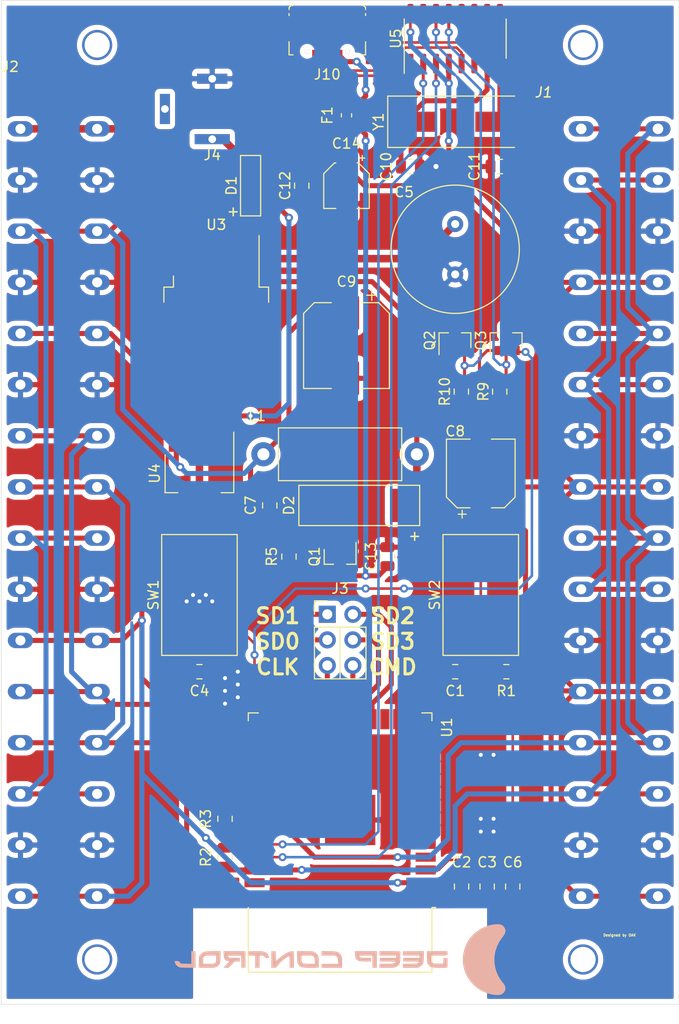
<source format=kicad_pcb>
(kicad_pcb (version 20171130) (host pcbnew "(5.1.6)-1")
  (layers (0 F.Cu signal) (31 B.Cu signal) (34 B.Paste user) (35 F.Paste user) (36 B.SilkS user) (37 F.SilkS user) (38 B.Mask user) (39 F.Mask user) (44 Edge.Cuts user))
  (net 0 "")
  (net 1 GND)
  (net 2 EN)
  (net 3 3V3)
  (net 4 IO0)
  (net 5 VIN)
  (net 6 5V)
  (net 7 "Net-(C10-Pad1)")
  (net 8 "Net-(C11-Pad1)")
  (net 9 USBVCC)
  (net 10 "Net-(D1-Pad2)")
  (net 11 "Net-(D2-Pad1)")
  (net 12 TXD0)
  (net 13 RXD0)
  (net 14 "Net-(F1-Pad2)")
  (net 15 SDA)
  (net 16 SCL)
  (net 17 SD2)
  (net 18 SD1)
  (net 19 SD0)
  (net 20 CLK)
  (net 21 CMD)
  (net 22 SD3)
  (net 23 /D+)
  (net 24 /D-)
  (net 25 "Net-(Q2-Pad1)")
  (net 26 /~RTS)
  (net 27 /~DTR)
  (net 28 "Net-(Q3-Pad1)")
  (module deep_control_aesthetics:deep_control_logo_black (layer B.Cu) (at 71.12 164.465 180)
    (fp_text reference e hide)
    (fp_text value LOGO hide)
  )
  (module RF_Module:ESP32-WROOM-32 (layer F.Cu) (at 71.12 149.86 180)
    (fp_text reference U1 (at -10.61 8.43 90) (layer F.SilkS))
    (fp_text value ESP32-WROOM-32D)
    (pad 38 smd rect (at 8.5 -8.255 180) (size 2 0.9) (layers F.Cu F.Paste F.Mask) (net 1 GND))
    (pad 37 smd rect (at 8.5 -6.985 180) (size 2 0.9) (layers F.Cu F.Paste F.Mask))
    (pad 36 smd rect (at 8.5 -5.715 180) (size 2 0.9) (layers F.Cu F.Paste F.Mask) (net 16 SCL))
    (pad 35 smd rect (at 8.5 -4.445 180) (size 2 0.9) (layers F.Cu F.Paste F.Mask) (net 12 TXD0))
    (pad 34 smd rect (at 8.5 -3.175 180) (size 2 0.9) (layers F.Cu F.Paste F.Mask) (net 13 RXD0))
    (pad 33 smd rect (at 8.5 -1.905 180) (size 2 0.9) (layers F.Cu F.Paste F.Mask) (net 15 SDA))
    (pad 32 smd rect (at 8.5 -0.635 180) (size 2 0.9) (layers F.Cu F.Paste F.Mask))
    (pad 31 smd rect (at 8.5 0.635 180) (size 2 0.9) (layers F.Cu F.Paste F.Mask))
    (pad 30 smd rect (at 8.5 1.905 180) (size 2 0.9) (layers F.Cu F.Paste F.Mask))
    (pad 29 smd rect (at 8.5 3.175 180) (size 2 0.9) (layers F.Cu F.Paste F.Mask))
    (pad 28 smd rect (at 8.5 4.445 180) (size 2 0.9) (layers F.Cu F.Paste F.Mask))
    (pad 27 smd rect (at 8.5 5.715 180) (size 2 0.9) (layers F.Cu F.Paste F.Mask))
    (pad 26 smd rect (at 8.5 6.985 180) (size 2 0.9) (layers F.Cu F.Paste F.Mask))
    (pad 25 smd rect (at 8.5 8.255 180) (size 2 0.9) (layers F.Cu F.Paste F.Mask) (net 4 IO0))
    (pad 24 smd rect (at 5.715 9.255 270) (size 2 0.9) (layers F.Cu F.Paste F.Mask))
    (pad 23 smd rect (at 4.445 9.255 270) (size 2 0.9) (layers F.Cu F.Paste F.Mask))
    (pad 22 smd rect (at 3.175 9.255 270) (size 2 0.9) (layers F.Cu F.Paste F.Mask) (net 18 SD1))
    (pad 21 smd rect (at 1.905 9.255 270) (size 2 0.9) (layers F.Cu F.Paste F.Mask) (net 19 SD0))
    (pad 20 smd rect (at 0.635 9.255 270) (size 2 0.9) (layers F.Cu F.Paste F.Mask) (net 20 CLK))
    (pad 19 smd rect (at -0.635 9.255 270) (size 2 0.9) (layers F.Cu F.Paste F.Mask) (net 21 CMD))
    (pad 18 smd rect (at -1.905 9.255 270) (size 2 0.9) (layers F.Cu F.Paste F.Mask) (net 22 SD3))
    (pad 17 smd rect (at -3.175 9.255 270) (size 2 0.9) (layers F.Cu F.Paste F.Mask) (net 17 SD2))
    (pad 16 smd rect (at -4.445 9.255 270) (size 2 0.9) (layers F.Cu F.Paste F.Mask))
    (pad 15 smd rect (at -5.715 9.255 270) (size 2 0.9) (layers F.Cu F.Paste F.Mask) (net 1 GND))
    (pad 14 smd rect (at -8.5 8.255 180) (size 2 0.9) (layers F.Cu F.Paste F.Mask))
    (pad 13 smd rect (at -8.5 6.985 180) (size 2 0.9) (layers F.Cu F.Paste F.Mask))
    (pad 12 smd rect (at -8.5 5.715 180) (size 2 0.9) (layers F.Cu F.Paste F.Mask))
    (pad 11 smd rect (at -8.5 4.445 180) (size 2 0.9) (layers F.Cu F.Paste F.Mask))
    (pad 10 smd rect (at -8.5 3.175 180) (size 2 0.9) (layers F.Cu F.Paste F.Mask))
    (pad 9 smd rect (at -8.5 1.905 180) (size 2 0.9) (layers F.Cu F.Paste F.Mask))
    (pad 8 smd rect (at -8.5 0.635 180) (size 2 0.9) (layers F.Cu F.Paste F.Mask))
    (pad 7 smd rect (at -8.5 -0.635 180) (size 2 0.9) (layers F.Cu F.Paste F.Mask))
    (pad 6 smd rect (at -8.5 -1.905 180) (size 2 0.9) (layers F.Cu F.Paste F.Mask))
    (pad 5 smd rect (at -8.5 -3.175 180) (size 2 0.9) (layers F.Cu F.Paste F.Mask))
    (pad 4 smd rect (at -8.5 -4.445 180) (size 2 0.9) (layers F.Cu F.Paste F.Mask))
    (pad 3 smd rect (at -8.5 -5.715 180) (size 2 0.9) (layers F.Cu F.Paste F.Mask) (net 2 EN))
    (pad 2 smd rect (at -8.5 -6.985 180) (size 2 0.9) (layers F.Cu F.Paste F.Mask) (net 3 3V3))
    (pad 1 smd rect (at -8.5 -8.255 180) (size 2 0.9) (layers F.Cu F.Paste F.Mask) (net 1 GND))
    (pad 39 smd rect (at -1 -0.755 180) (size 5 5) (layers F.Cu F.Paste F.Mask) (net 1 GND))
  )
  (module oak_connector:USB_Micro-B_Molex_47346-0001 (layer F.Cu) (at 69.85 72.136 180)
    (fp_text reference J10 (at 0 -4.445 180) (layer F.SilkS))
    (fp_text value USB_B_Micro)
    (pad "" thru_hole circle (at -2 -2.15 180) (size 0.45 0.45) (drill 0.45) (layers *.Cu *.Mask))
    (pad "" thru_hole circle (at 2 -2.15 180) (size 0.45 0.45) (drill 0.45) (layers *.Cu *.Mask))
    (pad 1 smd rect (at -1.3 -2.675 180) (size 0.4 1.35) (layers F.Cu F.Paste F.Mask) (net 14 "Net-(F1-Pad2)"))
    (pad 2 smd rect (at -0.65 -2.675 180) (size 0.4 1.35) (layers F.Cu F.Paste F.Mask) (net 24 /D-))
    (pad 3 smd rect (at 0 -2.675 180) (size 0.4 1.35) (layers F.Cu F.Paste F.Mask) (net 23 /D+))
    (pad 4 smd rect (at 0.65 -2.675 180) (size 0.4 1.35) (layers F.Cu F.Paste F.Mask))
    (pad 5 smd rect (at 1.3 -2.675 180) (size 0.4 1.35) (layers F.Cu F.Paste F.Mask) (net 1 GND))
    (pad 6 smd rect (at -4 0 180) (size 1.8 1.9) (layers F.Cu F.Paste F.Mask) (net 1 GND))
    (pad 6 smd rect (at 4 0 180) (size 1.8 1.9) (layers F.Cu F.Paste F.Mask) (net 1 GND))
    (pad "" smd rect (at -1.2 0 180) (size 1.9 1.9) (layers F.Cu F.Paste F.Mask))
    (pad "" smd rect (at 1.2 0 180) (size 1.9 1.9) (layers F.Cu F.Paste F.Mask))
  )
  (module oak_connector:DC_BARREL_JACK_KLS1-DC-005A (layer F.Cu) (at 58.42 80.01 270)
    (fp_text reference J4 (at 4.572 0 180) (layer F.SilkS))
    (fp_text value Jack-DC)
    (pad 3 thru_hole rect (at 0 4.7) (size 1 3) (drill 0.762) (layers *.Cu *.Mask))
    (pad 2 thru_hole rect (at -3 0 270) (size 1 3) (drill 0.762) (layers *.Cu *.Mask) (net 1 GND))
    (pad 1 thru_hole rect (at 3 0 270) (size 1 3.5) (drill 0.762) (layers *.Cu *.Mask) (net 10 "Net-(D1-Pad2)"))
  )
  (module oak_connector:YAYLI_KLEMENS_DG142R-5.08 (layer F.Cu) (at 37.592 76.904596 270)
    (fp_text reference J2 (at -1.085596 -0.762 180) (layer F.SilkS))
    (fp_text value 16x2_YAYLI_YESIL_KLEMENS)
    (pad 16A thru_hole oval (at 81.28 -9.4 270) (size 1.524 2.5) (drill 1.05) (layers *.Cu *.Mask) (net 3 3V3))
    (pad 15A thru_hole oval (at 76.2 -9.4 270) (size 1.524 2.5) (drill 1) (layers *.Cu *.Mask) (net 1 GND))
    (pad 14A thru_hole oval (at 71.12 -9.4 270) (size 1.524 2.5) (drill 1) (layers *.Cu *.Mask) (net 6 5V))
    (pad 13A thru_hole oval (at 66.04 -9.4 270) (size 1.524 2.5) (drill 1) (layers *.Cu *.Mask) (net 16 SCL))
    (pad 12A thru_hole oval (at 60.96 -9.4 270) (size 1.524 2.5) (drill 1) (layers *.Cu *.Mask) (net 15 SDA))
    (pad 11A thru_hole oval (at 55.88 -9.4 270) (size 1.524 2.5) (drill 1) (layers *.Cu *.Mask) (net 3 3V3))
    (pad 10A thru_hole oval (at 50.8 -9.4 270) (size 1.524 2.5) (drill 1) (layers *.Cu *.Mask) (net 1 GND))
    (pad 9A thru_hole oval (at 45.72 -9.4 270) (size 1.524 2.5) (drill 1) (layers *.Cu *.Mask) (net 6 5V))
    (pad 8A thru_hole oval (at 40.64 -9.4 270) (size 1.524 2.5) (drill 1) (layers *.Cu *.Mask) (net 16 SCL))
    (pad 7A thru_hole oval (at 35.56 -9.4 270) (size 1.524 2.5) (drill 1) (layers *.Cu *.Mask) (net 15 SDA))
    (pad 6A thru_hole oval (at 30.48 -9.4 270) (size 1.524 2.5) (drill 1) (layers *.Cu *.Mask) (net 1 GND))
    (pad 5A thru_hole oval (at 25.4 -9.4 270) (size 1.524 2.5) (drill 1) (layers *.Cu *.Mask) (net 3 3V3))
    (pad 4A thru_hole oval (at 20.32 -9.4 270) (size 1.524 2.5) (drill 1) (layers *.Cu *.Mask) (net 1 GND))
    (pad 3A thru_hole oval (at 15.24 -9.4 270) (size 1.524 2.5) (drill 1) (layers *.Cu *.Mask) (net 6 5V))
    (pad 2A thru_hole oval (at 10.16 -9.4 270) (size 1.524 2.5) (drill 1) (layers *.Cu *.Mask) (net 1 GND))
    (pad 16 thru_hole oval (at 81.28 -1.78 270) (size 1.524 2.5) (drill 1.05) (layers *.Cu *.Mask) (net 3 3V3))
    (pad 15 thru_hole oval (at 76.2 -1.78 270) (size 1.524 2.5) (drill 1) (layers *.Cu *.Mask) (net 1 GND))
    (pad 14 thru_hole oval (at 71.12 -1.78 270) (size 1.524 2.5) (drill 1) (layers *.Cu *.Mask) (net 6 5V))
    (pad 13 thru_hole oval (at 66.04 -1.78 270) (size 1.524 2.5) (drill 1) (layers *.Cu *.Mask) (net 16 SCL))
    (pad 12 thru_hole oval (at 60.96 -1.78 270) (size 1.524 2.5) (drill 1) (layers *.Cu *.Mask) (net 15 SDA))
    (pad 11 thru_hole oval (at 55.88 -1.78 270) (size 1.524 2.5) (drill 1) (layers *.Cu *.Mask) (net 3 3V3))
    (pad 10 thru_hole oval (at 50.8 -1.78 270) (size 1.524 2.5) (drill 1) (layers *.Cu *.Mask) (net 1 GND))
    (pad 9 thru_hole oval (at 45.72 -1.78 270) (size 1.524 2.5) (drill 1) (layers *.Cu *.Mask) (net 6 5V))
    (pad 8 thru_hole oval (at 40.64 -1.78 270) (size 1.524 2.5) (drill 1) (layers *.Cu *.Mask) (net 16 SCL))
    (pad 7 thru_hole oval (at 35.56 -1.78 270) (size 1.524 2.5) (drill 1) (layers *.Cu *.Mask) (net 15 SDA))
    (pad 6 thru_hole oval (at 30.48 -1.78 270) (size 1.524 2.5) (drill 1) (layers *.Cu *.Mask) (net 1 GND))
    (pad 5 thru_hole oval (at 25.4 -1.78 270) (size 1.524 2.5) (drill 1) (layers *.Cu *.Mask) (net 3 3V3))
    (pad 4 thru_hole oval (at 20.32 -1.78 270) (size 1.524 2.5) (drill 1) (layers *.Cu *.Mask) (net 1 GND))
    (pad 3 thru_hole oval (at 15.24 -1.78 270) (size 1.524 2.5) (drill 1) (layers *.Cu *.Mask) (net 6 5V))
    (pad 2 thru_hole oval (at 10.16 -1.78 270) (size 1.524 2.5) (drill 1) (layers *.Cu *.Mask) (net 1 GND))
    (pad 1A thru_hole oval (at 5.08 -9.4 270) (size 1.524 2.5) (drill 1) (layers *.Cu *.Mask) (net 5 VIN))
    (pad 1 thru_hole oval (at 5.08 -1.78 270) (size 1.524 2.5) (drill 1) (layers *.Cu *.Mask) (net 5 VIN))
  )
  (module oak_connector:YAYLI_KLEMENS_DG142R-5.08 (layer F.Cu) (at 104.4702 163.26485 90)
    (fp_text reference J1 (at 84.905596 -13.1572) (layer F.SilkS) (effects (font (thickness 0.15) italic)))
    (fp_text value 16x2_YAYLI_YESIL_KLEMENS)
    (pad 16A thru_hole oval (at 81.28 -9.4 90) (size 1.524 2.5) (drill 1.05) (layers *.Cu *.Mask) (net 15 SDA))
    (pad 15A thru_hole oval (at 76.2 -9.4 90) (size 1.524 2.5) (drill 1) (layers *.Cu *.Mask) (net 16 SCL))
    (pad 14A thru_hole oval (at 71.12 -9.4 90) (size 1.524 2.5) (drill 1) (layers *.Cu *.Mask) (net 1 GND))
    (pad 13A thru_hole oval (at 66.04 -9.4 90) (size 1.524 2.5) (drill 1) (layers *.Cu *.Mask) (net 3 3V3))
    (pad 12A thru_hole oval (at 60.96 -9.4 90) (size 1.524 2.5) (drill 1) (layers *.Cu *.Mask) (net 15 SDA))
    (pad 11A thru_hole oval (at 55.88 -9.4 90) (size 1.524 2.5) (drill 1) (layers *.Cu *.Mask) (net 16 SCL))
    (pad 10A thru_hole oval (at 50.8 -9.4 90) (size 1.524 2.5) (drill 1) (layers *.Cu *.Mask) (net 1 GND))
    (pad 9A thru_hole oval (at 45.72 -9.4 90) (size 1.524 2.5) (drill 1) (layers *.Cu *.Mask) (net 3 3V3))
    (pad 8A thru_hole oval (at 40.64 -9.4 90) (size 1.524 2.5) (drill 1) (layers *.Cu *.Mask) (net 15 SDA))
    (pad 7A thru_hole oval (at 35.56 -9.4 90) (size 1.524 2.5) (drill 1) (layers *.Cu *.Mask) (net 16 SCL))
    (pad 6A thru_hole oval (at 30.48 -9.4 90) (size 1.524 2.5) (drill 1) (layers *.Cu *.Mask) (net 1 GND))
    (pad 5A thru_hole oval (at 25.4 -9.4 90) (size 1.524 2.5) (drill 1) (layers *.Cu *.Mask) (net 3 3V3))
    (pad 4A thru_hole oval (at 20.32 -9.4 90) (size 1.524 2.5) (drill 1) (layers *.Cu *.Mask) (net 15 SDA))
    (pad 3A thru_hole oval (at 15.24 -9.4 90) (size 1.524 2.5) (drill 1) (layers *.Cu *.Mask) (net 16 SCL))
    (pad 2A thru_hole oval (at 10.16 -9.4 90) (size 1.524 2.5) (drill 1) (layers *.Cu *.Mask) (net 1 GND))
    (pad 16 thru_hole oval (at 81.28 -1.78 90) (size 1.524 2.5) (drill 1.05) (layers *.Cu *.Mask) (net 15 SDA))
    (pad 15 thru_hole oval (at 76.2 -1.78 90) (size 1.524 2.5) (drill 1) (layers *.Cu *.Mask) (net 16 SCL))
    (pad 14 thru_hole oval (at 71.12 -1.78 90) (size 1.524 2.5) (drill 1) (layers *.Cu *.Mask) (net 1 GND))
    (pad 13 thru_hole oval (at 66.04 -1.78 90) (size 1.524 2.5) (drill 1) (layers *.Cu *.Mask) (net 3 3V3))
    (pad 12 thru_hole oval (at 60.96 -1.78 90) (size 1.524 2.5) (drill 1) (layers *.Cu *.Mask) (net 15 SDA))
    (pad 11 thru_hole oval (at 55.88 -1.78 90) (size 1.524 2.5) (drill 1) (layers *.Cu *.Mask) (net 16 SCL))
    (pad 10 thru_hole oval (at 50.8 -1.78 90) (size 1.524 2.5) (drill 1) (layers *.Cu *.Mask) (net 1 GND))
    (pad 9 thru_hole oval (at 45.72 -1.78 90) (size 1.524 2.5) (drill 1) (layers *.Cu *.Mask) (net 3 3V3))
    (pad 8 thru_hole oval (at 40.64 -1.78 90) (size 1.524 2.5) (drill 1) (layers *.Cu *.Mask) (net 15 SDA))
    (pad 7 thru_hole oval (at 35.56 -1.78 90) (size 1.524 2.5) (drill 1) (layers *.Cu *.Mask) (net 16 SCL))
    (pad 6 thru_hole oval (at 30.48 -1.78 90) (size 1.524 2.5) (drill 1) (layers *.Cu *.Mask) (net 1 GND))
    (pad 5 thru_hole oval (at 25.4 -1.78 90) (size 1.524 2.5) (drill 1) (layers *.Cu *.Mask) (net 3 3V3))
    (pad 4 thru_hole oval (at 20.32 -1.78 90) (size 1.524 2.5) (drill 1) (layers *.Cu *.Mask) (net 15 SDA))
    (pad 3 thru_hole oval (at 15.24 -1.78 90) (size 1.524 2.5) (drill 1) (layers *.Cu *.Mask) (net 16 SCL))
    (pad 2 thru_hole oval (at 10.16 -1.78 90) (size 1.524 2.5) (drill 1) (layers *.Cu *.Mask) (net 1 GND))
    (pad 1A thru_hole oval (at 5.08 -9.4 90) (size 1.524 2.5) (drill 1) (layers *.Cu *.Mask) (net 3 3V3))
    (pad 1 thru_hole oval (at 5.08 -1.78 90) (size 1.524 2.5) (drill 1) (layers *.Cu *.Mask) (net 3 3V3))
  )
  (module "oak_button:SWITCH TACT 6.00x6.00 4.30mm SMD" (layer F.Cu) (at 85.09 128.27 270)
    (fp_text reference SW2 (at 0 4.572 90) (layer F.SilkS))
    (fp_text value SW_Push)
    (pad 2 smd rect (at -4.1 2.25 270) (size 1.8 1) (layers F.Cu F.Paste F.Mask) (net 2 EN))
    (pad 1 smd rect (at 4.1 2.25 270) (size 1.8 1) (layers F.Cu F.Paste F.Mask) (net 1 GND))
    (pad 2 smd rect (at -4.1 -2.25 270) (size 1.8 1) (layers F.Cu F.Paste F.Mask) (net 2 EN))
    (pad 1 smd rect (at 4.1 -2.25 270) (size 1.8 1) (layers F.Cu F.Paste F.Mask) (net 1 GND))
  )
  (module Resistor_SMD:R_0805_2012Metric (layer F.Cu) (at 59.69 150.495 90)
    (fp_text reference R3 (at 0 -1.905 90) (layer F.SilkS))
    (fp_text value 2.4K)
    (pad 2 smd roundrect (at 0.9375 0 90) (size 0.975 1.4) (layers F.Cu F.Paste F.Mask) (net 3 3V3))
    (pad 1 smd roundrect (at -0.9375 0 90) (size 0.975 1.4) (layers F.Cu F.Paste F.Mask) (net 15 SDA))
  )
  (module Resistor_SMD:R_0805_2012Metric (layer F.Cu) (at 83.16214 108.077 90)
    (fp_text reference R10 (at 0 -1.651 90) (layer F.SilkS))
    (fp_text value 10K)
    (pad 2 smd roundrect (at 0.9375 0 90) (size 0.975 1.4) (layers F.Cu F.Paste F.Mask) (net 26 /~RTS))
    (pad 1 smd roundrect (at -0.9375 0 90) (size 0.975 1.4) (layers F.Cu F.Paste F.Mask) (net 28 "Net-(Q3-Pad1)"))
  )
  (module Resistor_SMD:R_0805_2012Metric (layer F.Cu) (at 86.97214 108.077 90)
    (fp_text reference R9 (at 0 -1.62814 90) (layer F.SilkS))
    (fp_text value 10K)
    (pad 2 smd roundrect (at 0.9375 0 90) (size 0.975 1.4) (layers F.Cu F.Paste F.Mask) (net 27 /~DTR))
    (pad 1 smd roundrect (at -0.9375 0 90) (size 0.975 1.4) (layers F.Cu F.Paste F.Mask) (net 25 "Net-(Q2-Pad1)"))
  )
  (module Package_TO_SOT_SMD:SOT-23 (layer F.Cu) (at 87.60714 102.997 90)
    (fp_text reference Q3 (at 0 -2.5 90) (layer F.SilkS))
    (fp_text value BC847)
    (pad 3 smd rect (at 1 0 90) (size 0.9 0.8) (layers F.Cu F.Paste F.Mask) (net 27 /~DTR))
    (pad 2 smd rect (at -1 0.95 90) (size 0.9 0.8) (layers F.Cu F.Paste F.Mask) (net 4 IO0))
    (pad 1 smd rect (at -1 -0.95 90) (size 0.9 0.8) (layers F.Cu F.Paste F.Mask) (net 28 "Net-(Q3-Pad1)"))
  )
  (module Package_TO_SOT_SMD:SOT-23 (layer F.Cu) (at 82.52714 102.997 90)
    (fp_text reference Q2 (at 0 -2.5 90) (layer F.SilkS))
    (fp_text value BC847)
    (pad 3 smd rect (at 1 0 90) (size 0.9 0.8) (layers F.Cu F.Paste F.Mask) (net 2 EN))
    (pad 2 smd rect (at -1 0.95 90) (size 0.9 0.8) (layers F.Cu F.Paste F.Mask) (net 26 /~RTS))
    (pad 1 smd rect (at -1 -0.95 90) (size 0.9 0.8) (layers F.Cu F.Paste F.Mask) (net 25 "Net-(Q2-Pad1)"))
  )
  (module Package_SO:SOIC-16_3.9x9.9mm_P1.27mm (layer F.Cu) (at 82.55 73.025 90)
    (fp_text reference U5 (at 0 -5.9 90) (layer F.SilkS))
    (fp_text value CH340G)
    (pad 16 smd roundrect (at 2.475 -4.445 90) (size 1.95 0.6) (layers F.Cu F.Paste F.Mask) (net 3 3V3))
    (pad 15 smd roundrect (at 2.475 -3.175 90) (size 1.95 0.6) (layers F.Cu F.Paste F.Mask))
    (pad 14 smd roundrect (at 2.475 -1.905 90) (size 1.95 0.6) (layers F.Cu F.Paste F.Mask) (net 26 /~RTS))
    (pad 13 smd roundrect (at 2.475 -0.635 90) (size 1.95 0.6) (layers F.Cu F.Paste F.Mask) (net 27 /~DTR))
    (pad 12 smd roundrect (at 2.475 0.635 90) (size 1.95 0.6) (layers F.Cu F.Paste F.Mask))
    (pad 11 smd roundrect (at 2.475 1.905 90) (size 1.95 0.6) (layers F.Cu F.Paste F.Mask))
    (pad 10 smd roundrect (at 2.475 3.175 90) (size 1.95 0.6) (layers F.Cu F.Paste F.Mask))
    (pad 9 smd roundrect (at 2.475 4.445 90) (size 1.95 0.6) (layers F.Cu F.Paste F.Mask))
    (pad 8 smd roundrect (at -2.475 4.445 90) (size 1.95 0.6) (layers F.Cu F.Paste F.Mask) (net 8 "Net-(C11-Pad1)"))
    (pad 7 smd roundrect (at -2.475 3.175 90) (size 1.95 0.6) (layers F.Cu F.Paste F.Mask) (net 7 "Net-(C10-Pad1)"))
    (pad 6 smd roundrect (at -2.475 1.905 90) (size 1.95 0.6) (layers F.Cu F.Paste F.Mask) (net 24 /D-))
    (pad 5 smd roundrect (at -2.475 0.635 90) (size 1.95 0.6) (layers F.Cu F.Paste F.Mask) (net 23 /D+))
    (pad 4 smd roundrect (at -2.475 -0.635 90) (size 1.95 0.6) (layers F.Cu F.Paste F.Mask) (net 3 3V3))
    (pad 3 smd roundrect (at -2.475 -1.905 90) (size 1.95 0.6) (layers F.Cu F.Paste F.Mask) (net 12 TXD0))
    (pad 2 smd roundrect (at -2.475 -3.175 90) (size 1.95 0.6) (layers F.Cu F.Paste F.Mask) (net 13 RXD0))
    (pad 1 smd roundrect (at -2.475 -4.445 90) (size 1.95 0.6) (layers F.Cu F.Paste F.Mask) (net 1 GND))
  )
  (module "oak_diode:B540C-13-F - DIODE SCHOTTKY 5A 40V SMC DIODES" (layer F.Cu) (at 73.025 119.38 180)
    (fp_text reference D2 (at 6.985 0 270) (layer F.SilkS))
    (fp_text value 1N5824)
    (fp_text user + (at -5.5 -3) (layer F.SilkS))
    (pad 1 smd rect (at -4.3 0 180) (size 2.5 3.3) (layers F.Cu F.Paste F.Mask) (net 11 "Net-(D2-Pad1)"))
    (pad 2 smd rect (at 4.3 0 180) (size 2.5 3.3) (layers F.Cu F.Paste F.Mask) (net 1 GND))
  )
  (module Package_TO_SOT_SMD:TO-263-5_TabPin3 (layer F.Cu) (at 58.82 100.65 270)
    (fp_text reference U3 (at -9.144 0 180) (layer F.SilkS))
    (fp_text value LM2596S-5)
    (pad 3 smd rect (at 3.375 0 270) (size 9.4 10.8) (layers F.Cu F.Mask) (net 1 GND))
    (pad 5 smd rect (at -5.775 3.4 270) (size 4.6 1.1) (layers F.Cu F.Paste F.Mask) (net 1 GND))
    (pad 4 smd rect (at -5.775 1.7 270) (size 4.6 1.1) (layers F.Cu F.Paste F.Mask) (net 6 5V))
    (pad 3 smd rect (at -5.775 0 270) (size 4.6 1.1) (layers F.Cu F.Paste F.Mask) (net 1 GND))
    (pad 2 smd rect (at -5.775 -1.7 270) (size 4.6 1.1) (layers F.Cu F.Paste F.Mask) (net 11 "Net-(D2-Pad1)"))
    (pad 1 smd rect (at -5.775 -3.4 270) (size 4.6 1.1) (layers F.Cu F.Paste F.Mask) (net 5 VIN))
  )
  (module "oak_button:SWITCH TACT 6.00x6.00 4.30mm SMD" (layer F.Cu) (at 57.15 128.27 90)
    (fp_text reference SW1 (at 0 -4.572 90) (layer F.SilkS))
    (fp_text value SW_Push)
    (pad 2 smd rect (at -4.1 2.25 90) (size 1.8 1) (layers F.Cu F.Paste F.Mask) (net 4 IO0))
    (pad 1 smd rect (at 4.1 2.25 90) (size 1.8 1) (layers F.Cu F.Paste F.Mask) (net 1 GND))
    (pad 2 smd rect (at -4.1 -2.25 90) (size 1.8 1) (layers F.Cu F.Paste F.Mask) (net 4 IO0))
    (pad 1 smd rect (at 4.1 -2.25 90) (size 1.8 1) (layers F.Cu F.Paste F.Mask) (net 1 GND))
  )
  (module Capacitor_SMD:C_0805_2012Metric (layer F.Cu) (at 85.725 157.226 270)
    (fp_text reference C3 (at -2.413 0) (layer F.SilkS))
    (fp_text value 22uF)
    (pad 2 smd roundrect (at 0.9375 0 270) (size 0.975 1.4) (layers F.Cu F.Paste F.Mask) (net 1 GND))
    (pad 1 smd roundrect (at -0.9375 0 270) (size 0.975 1.4) (layers F.Cu F.Paste F.Mask) (net 3 3V3))
  )
  (module Capacitor_SMD:C_0805_2012Metric (layer F.Cu) (at 83.185 157.226 270)
    (fp_text reference C2 (at -2.413 0 180) (layer F.SilkS))
    (fp_text value 0.1uF)
    (pad 2 smd roundrect (at 0.9375 0 270) (size 0.975 1.4) (layers F.Cu F.Paste F.Mask) (net 1 GND))
    (pad 1 smd roundrect (at -0.9375 0 270) (size 0.975 1.4) (layers F.Cu F.Paste F.Mask) (net 3 3V3))
  )
  (module Capacitor_SMD:C_0805_2012Metric (layer F.Cu) (at 82.55 135.89 180)
    (fp_text reference C1 (at 0 -1.905 180) (layer F.SilkS))
    (fp_text value 0.1uF)
    (pad 2 smd roundrect (at 0.9375 0 180) (size 0.975 1.4) (layers F.Cu F.Paste F.Mask) (net 1 GND))
    (pad 1 smd roundrect (at -0.9375 0 180) (size 0.975 1.4) (layers F.Cu F.Paste F.Mask) (net 2 EN))
  )
  (module Capacitor_SMD:C_0805_2012Metric (layer F.Cu) (at 57.15 135.89)
    (fp_text reference C4 (at 0 1.905 180) (layer F.SilkS))
    (fp_text value "0.1uF(NC)")
    (pad 2 smd roundrect (at 0.9375 0) (size 0.975 1.4) (layers F.Cu F.Paste F.Mask) (net 1 GND))
    (pad 1 smd roundrect (at -0.9375 0) (size 0.975 1.4) (layers F.Cu F.Paste F.Mask) (net 4 IO0))
  )
  (module Capacitor_SMD:C_0805_2012Metric (layer F.Cu) (at 88.265 157.226 270)
    (fp_text reference C6 (at -2.413 0 180) (layer F.SilkS))
    (fp_text value 0.1uF)
    (pad 2 smd roundrect (at 0.9375 0 270) (size 0.975 1.4) (layers F.Cu F.Paste F.Mask) (net 1 GND))
    (pad 1 smd roundrect (at -0.9375 0 270) (size 0.975 1.4) (layers F.Cu F.Paste F.Mask) (net 2 EN))
  )
  (module Capacitor_SMD:C_0805_2012Metric (layer F.Cu) (at 64.135 119.38 90)
    (fp_text reference C7 (at 0 -1.905 90) (layer F.SilkS))
    (fp_text value 4.7uF)
    (pad 2 smd roundrect (at 0.9375 0 90) (size 0.975 1.4) (layers F.Cu F.Paste F.Mask) (net 1 GND))
    (pad 1 smd roundrect (at -0.9375 0 90) (size 0.975 1.4) (layers F.Cu F.Paste F.Mask) (net 6 5V))
  )
  (module Capacitor_SMD:C_0805_2012Metric (layer F.Cu) (at 78.105 85.725)
    (fp_text reference C10 (at -2.413 0 270) (layer F.SilkS))
    (fp_text value 22pF)
    (pad 2 smd roundrect (at 0.9375 0) (size 0.975 1.4) (layers F.Cu F.Paste F.Mask) (net 1 GND))
    (pad 1 smd roundrect (at -0.9375 0) (size 0.975 1.4) (layers F.Cu F.Paste F.Mask) (net 7 "Net-(C10-Pad1)"))
  )
  (module Capacitor_SMD:C_0805_2012Metric (layer F.Cu) (at 86.995 85.725 180)
    (fp_text reference C11 (at 2.54 0 270) (layer F.SilkS))
    (fp_text value 22pF)
    (pad 2 smd roundrect (at 0.9375 0 180) (size 0.975 1.4) (layers F.Cu F.Paste F.Mask) (net 1 GND))
    (pad 1 smd roundrect (at -0.9375 0 180) (size 0.975 1.4) (layers F.Cu F.Paste F.Mask) (net 8 "Net-(C11-Pad1)"))
  )
  (module Capacitor_SMD:C_0805_2012Metric (layer F.Cu) (at 67.31 87.63 270)
    (fp_text reference C12 (at 0 1.651 90) (layer F.SilkS))
    (fp_text value 0.1uF)
    (pad 2 smd roundrect (at 0.9375 0 270) (size 0.975 1.4) (layers F.Cu F.Paste F.Mask) (net 1 GND))
    (pad 1 smd roundrect (at -0.9375 0 270) (size 0.975 1.4) (layers F.Cu F.Paste F.Mask) (net 3 3V3))
  )
  (module Capacitor_SMD:C_0805_2012Metric (layer F.Cu) (at 75.819 124.46 90)
    (fp_text reference C13 (at 0 -1.65 90) (layer F.SilkS))
    (fp_text value 0.1uF)
    (pad 2 smd roundrect (at 0.9375 0 90) (size 0.975 1.4) (layers F.Cu F.Paste F.Mask) (net 1 GND))
    (pad 1 smd roundrect (at -0.9375 0 90) (size 0.975 1.4) (layers F.Cu F.Paste F.Mask) (net 9 USBVCC))
  )
  (module Fuse:Fuse_0603_1608Metric (layer F.Cu) (at 71.755 80.645 90)
    (fp_text reference F1 (at 0 -1.905 90) (layer F.SilkS))
    (fp_text value "750mA 6V")
    (pad 2 smd roundrect (at 0.7875 0 90) (size 0.875 0.95) (layers F.Cu F.Paste F.Mask) (net 14 "Net-(F1-Pad2)"))
    (pad 1 smd roundrect (at -0.7875 0 90) (size 0.875 0.95) (layers F.Cu F.Paste F.Mask) (net 9 USBVCC))
  )
  (module oak_connector:PinHeader_2x03_P2.54mm_Vertical (layer F.Cu) (at 71.12 137.16)
    (fp_text reference J3 (at 0 -9.525) (layer F.SilkS))
    (fp_text value "Conn_02x03_Female(SPI_Flash)")
    (pad 4 thru_hole oval (at 1.27 -6.97) (size 1.7 1.7) (drill 1) (layers *.Cu *.Mask) (net 17 SD2))
    (pad 6 thru_hole oval (at 1.27 -1.89) (size 1.7 1.7) (drill 1) (layers *.Cu *.Mask) (net 21 CMD))
    (pad 5 thru_hole oval (at 1.27 -4.43) (size 1.7 1.7) (drill 1) (layers *.Cu *.Mask) (net 22 SD3))
    (pad 1 thru_hole rect (at -1.27 -6.97) (size 1.7 1.7) (drill 1) (layers *.Cu *.Mask) (net 18 SD1))
    (pad 2 thru_hole oval (at -1.27 -4.43) (size 1.7 1.7) (drill 1) (layers *.Cu *.Mask) (net 19 SD0))
    (pad 3 thru_hole oval (at -1.27 -1.89) (size 1.7 1.7) (drill 1) (layers *.Cu *.Mask) (net 20 CLK))
  )
  (module Package_TO_SOT_SMD:SOT-23 (layer F.Cu) (at 71.12 124.46 270)
    (fp_text reference Q1 (at 0 2.54 90) (layer F.SilkS))
    (fp_text value AO3401A)
    (pad 3 smd rect (at 1 0 270) (size 0.9 0.8) (layers F.Cu F.Paste F.Mask) (net 9 USBVCC))
    (pad 2 smd rect (at -1 0.95 270) (size 0.9 0.8) (layers F.Cu F.Paste F.Mask) (net 6 5V))
    (pad 1 smd rect (at -1 -0.95 270) (size 0.9 0.8) (layers F.Cu F.Paste F.Mask) (net 1 GND))
  )
  (module Resistor_SMD:R_0805_2012Metric (layer F.Cu) (at 87.63 135.89 180)
    (fp_text reference R1 (at 0 -1.905) (layer F.SilkS))
    (fp_text value 10K)
    (pad 2 smd roundrect (at 0.9375 0 180) (size 0.975 1.4) (layers F.Cu F.Paste F.Mask) (net 2 EN))
    (pad 1 smd roundrect (at -0.9375 0 180) (size 0.975 1.4) (layers F.Cu F.Paste F.Mask) (net 3 3V3))
  )
  (module Resistor_SMD:R_0805_2012Metric (layer F.Cu) (at 59.69 154.305 90)
    (fp_text reference R2 (at 0 -1.905 90) (layer F.SilkS))
    (fp_text value 2.4K)
    (pad 2 smd roundrect (at 0.9375 0 90) (size 0.975 1.4) (layers F.Cu F.Paste F.Mask) (net 3 3V3))
    (pad 1 smd roundrect (at -0.9375 0 90) (size 0.975 1.4) (layers F.Cu F.Paste F.Mask) (net 16 SCL))
  )
  (module Resistor_SMD:R_0805_2012Metric (layer F.Cu) (at 66.04 124.46 90)
    (fp_text reference R5 (at 0 -1.7145 90) (layer F.SilkS))
    (fp_text value 10K)
    (pad 2 smd roundrect (at 0.9375 0 90) (size 0.975 1.4) (layers F.Cu F.Paste F.Mask) (net 6 5V))
    (pad 1 smd roundrect (at -0.9375 0 90) (size 0.975 1.4) (layers F.Cu F.Paste F.Mask) (net 1 GND))
  )
  (module Package_TO_SOT_SMD:SOT-223-3_TabPin2 (layer F.Cu) (at 57.15 116.205 270)
    (fp_text reference U4 (at 0 4.445 90) (layer F.SilkS))
    (fp_text value AMS1117-3.3)
    (pad 1 smd rect (at -3.15 -2.3 270) (size 2 1.5) (layers F.Cu F.Paste F.Mask) (net 1 GND))
    (pad 3 smd rect (at -3.15 2.3 270) (size 2 1.5) (layers F.Cu F.Paste F.Mask) (net 6 5V))
    (pad 2 smd rect (at -3.15 0 270) (size 2 1.5) (layers F.Cu F.Paste F.Mask) (net 3 3V3))
    (pad 2 smd rect (at 3.15 0 270) (size 2 3.8) (layers F.Cu F.Paste F.Mask) (net 3 3V3))
  )
  (module Crystal:Crystal_SMD_HC49-SD (layer F.Cu) (at 82.55 81.28)
    (fp_text reference Y1 (at -7.62 0 90) (layer F.SilkS))
    (fp_text value 12MHz)
    (pad 2 smd rect (at 4.25 0) (size 4.5 2) (layers F.Cu F.Paste F.Mask) (net 8 "Net-(C11-Pad1)"))
    (pad 1 smd rect (at -4.25 0) (size 4.5 2) (layers F.Cu F.Paste F.Mask) (net 7 "Net-(C10-Pad1)"))
  )
  (module Capacitor_THT:C_Radial_D12.5mm_H20.0mm_P5.00mm (layer F.Cu) (at 82.55 91.44 270)
    (fp_text reference C5 (at -3.175 5.08 180) (layer F.SilkS))
    (fp_text value 680uF)
    (pad 2 thru_hole circle (at 5 0 270) (size 1.6 1.6) (drill 0.8) (layers *.Cu *.Mask) (net 1 GND))
    (pad 1 thru_hole circle (at 0 0 270) (size 1.6 1.6) (drill 0.8) (layers *.Cu *.Mask) (net 5 VIN))
  )
  (module Capacitor_SMD:CP_Elec_6.3x7.7 (layer F.Cu) (at 85.09 116.205 90)
    (fp_text reference C8 (at 4.191 -2.54 180) (layer F.SilkS))
    (fp_text value 100uF)
    (pad 2 smd roundrect (at 2.7 0 90) (size 3.5 1.6) (layers F.Cu F.Paste F.Mask) (roundrect_rratio 0.15625) (net 1 GND))
    (pad 1 smd roundrect (at -2.7 0 90) (size 3.5 1.6) (layers F.Cu F.Paste F.Mask) (roundrect_rratio 0.15625) (net 3 3V3))
  )
  (module Capacitor_SMD:CP_Elec_8x10 (layer F.Cu) (at 71.755 103.505 270)
    (fp_text reference C9 (at -6.35 0 180) (layer F.SilkS))
    (fp_text value 220uF)
    (pad 2 smd roundrect (at 3.25 0 270) (size 3.5 2.5) (layers F.Cu F.Paste F.Mask) (roundrect_rratio 0.1) (net 1 GND))
    (pad 1 smd roundrect (at -3.25 0 270) (size 3.5 2.5) (layers F.Cu F.Paste F.Mask) (roundrect_rratio 0.1) (net 6 5V))
  )
  (module Capacitor_SMD:CP_Elec_4x5.4 (layer F.Cu) (at 71.755 87.63 270)
    (fp_text reference C14 (at -4.191 0 180) (layer F.SilkS))
    (fp_text value 10uF)
    (pad 2 smd roundrect (at 1.8 0 270) (size 2.6 1.6) (layers F.Cu F.Paste F.Mask) (roundrect_rratio 0.15625) (net 1 GND))
    (pad 1 smd roundrect (at -1.8 0 270) (size 2.6 1.6) (layers F.Cu F.Paste F.Mask) (roundrect_rratio 0.15625) (net 3 3V3))
  )
  (module Inductor_THT:L_Axial_L12.0mm_D5.0mm_P15.24mm_Horizontal_Fastron_MISC (layer F.Cu) (at 78.74 114.3 180)
    (fp_text reference L1 (at 15.875 3.81) (layer F.SilkS))
    (fp_text value 33uH)
    (pad 2 thru_hole oval (at 15.24 0 180) (size 2.4 2.4) (drill 1.2) (layers *.Cu *.Mask) (net 6 5V))
    (pad 1 thru_hole circle (at 0 0 180) (size 2.4 2.4) (drill 1.2) (layers *.Cu *.Mask) (net 11 "Net-(D2-Pad1)"))
  )
  (module "oak_diode:DO_214AC _SMA" (layer F.Cu) (at 62.23 87.63 90)
    (fp_text reference D1 (at 0 -1.905 90) (layer F.SilkS))
    (fp_text value ES2D-E3-HT)
    (fp_text user + (at -2.6 -1.8 90) (layer F.SilkS))
    (pad 2 smd rect (at 1.88 0 90) (size 1.7 1.52) (layers F.Cu F.Paste F.Mask) (net 10 "Net-(D1-Pad2)"))
    (pad 1 smd rect (at -1.88 0 90) (size 1.7 1.52) (layers F.Cu F.Paste F.Mask) (net 5 VIN))
  )
  (gr_line (start 37.465 168.91) (end 85.725 168.91) (layer Edge.Cuts) (width 0.05))
  (gr_line (start 37.465 69.215) (end 37.465 168.91) (layer Edge.Cuts) (width 0.05))
  (gr_line (start 104.775 69.215) (end 37.465 69.215) (layer Edge.Cuts) (width 0.05))
  (gr_line (start 104.775 168.91) (end 104.775 69.215) (layer Edge.Cuts) (width 0.05))
  (gr_line (start 85.725 168.91) (end 104.775 168.91) (layer Edge.Cuts) (width 0.05))
  (gr_text "Designed by OAK" (at 98.8802 162.052) (layer F.SilkS) (effects (font (size 0.254 0.254) (thickness 0.0635))))
  (gr_text CMD (at 76.3524 135.4328) (layer F.SilkS) (effects (font (size 1.5 1.5) (thickness 0.3))))
  (gr_text SD3 (at 76.3524 132.8928) (layer F.SilkS) (effects (font (size 1.5 1.5) (thickness 0.3))))
  (gr_text SD2 (at 76.3524 130.3528) (layer F.SilkS) (effects (font (size 1.5 1.5) (thickness 0.3))))
  (gr_text CLK (at 64.9224 135.4328) (layer F.SilkS) (effects (font (size 1.5 1.5) (thickness 0.3))))
  (gr_text SD0 (at 64.9224 132.8928) (layer F.SilkS) (effects (font (size 1.5 1.5) (thickness 0.3))))
  (gr_text SD1 (at 64.9224 130.3528) (layer F.SilkS) (effects (font (size 1.5 1.5) (thickness 0.3))))
  (via (at 85.09 150.495) (size 0.8) (drill 0.4) (layers F.Cu B.Cu) (net 1))
  (via (at 86.36 150.495) (size 0.8) (drill 0.4) (layers F.Cu B.Cu) (net 1))
  (via (at 86.36 151.765) (size 0.8) (drill 0.4) (layers F.Cu B.Cu) (net 1))
  (via (at 85.09 151.765) (size 0.8) (drill 0.4) (layers F.Cu B.Cu) (net 1))
  (via (at 85.09 144.145) (size 0.8) (drill 0.4) (layers F.Cu B.Cu) (net 1))
  (via (at 86.36 144.145) (size 0.8) (drill 0.4) (layers F.Cu B.Cu) (net 1))
  (segment (start 68.55 74.811) (end 68.55 76.805) (width 0.3) (layer F.Cu) (net 1))
  (via (at 80.645 85.725) (size 1.016) (drill 0.508) (layers F.Cu B.Cu) (net 1))
  (via (at 59.69 139.065) (size 0.8) (drill 0.4) (layers F.Cu B.Cu) (net 1))
  (via (at 60.96 138.43) (size 0.8) (drill 0.4) (layers F.Cu B.Cu) (net 1))
  (via (at 60.96 137.16) (size 0.8) (drill 0.4) (layers F.Cu B.Cu) (net 1))
  (via (at 59.69 137.795) (size 0.8) (drill 0.4) (layers F.Cu B.Cu) (net 1))
  (via (at 59.69 136.525) (size 0.8) (drill 0.4) (layers F.Cu B.Cu) (net 1))
  (via (at 60.96 135.89) (size 0.8) (drill 0.4) (layers F.Cu B.Cu) (net 1))
  (via (at 55.88 128.905) (size 0.8) (drill 0.4) (layers F.Cu B.Cu) (net 1))
  (via (at 56.515 128.27) (size 0.8) (drill 0.4) (layers F.Cu B.Cu) (net 1))
  (via (at 57.15 128.905) (size 0.8) (drill 0.4) (layers F.Cu B.Cu) (net 1))
  (via (at 57.785 128.27) (size 0.8) (drill 0.4) (layers F.Cu B.Cu) (net 1))
  (via (at 58.42 128.905) (size 0.8) (drill 0.4) (layers F.Cu B.Cu) (net 1))
  (via (at 46.99 164.465) (size 2.999999) (drill 2.5) (layers F.Cu B.Cu) (net 0))
  (via (at 46.99 73.66) (size 2.999999) (drill 2.5) (layers F.Cu B.Cu) (net 0))
  (via (at 95.25 73.66) (size 2.999999) (drill 2.5) (layers F.Cu B.Cu) (net 0))
  (via (at 95.25 164.465) (size 2.999999) (drill 2.5) (layers F.Cu B.Cu) (net 0))
  (segment (start 81.915 154.58) (end 80.92 155.575) (width 0.254) (layer F.Cu) (net 2))
  (segment (start 88.265 156.2885) (end 88.265 155.829) (width 0.254) (layer F.Cu) (net 2))
  (segment (start 87.016 154.58) (end 81.915 154.58) (width 0.254) (layer F.Cu) (net 2))
  (segment (start 88.265 155.829) (end 87.016 154.58) (width 0.254) (layer F.Cu) (net 2))
  (segment (start 80.92 155.575) (end 79.62 155.575) (width 0.254) (layer F.Cu) (net 2))
  (segment (start 88.265 141.575) (end 86.6925 140.0025) (width 0.254) (layer F.Cu) (net 2))
  (segment (start 88.265 156.2885) (end 88.265 141.575) (width 0.254) (layer F.Cu) (net 2))
  (segment (start 86.6925 140.0025) (end 86.6925 135.89) (width 0.254) (layer F.Cu) (net 2))
  (segment (start 86.6925 135.89) (end 83.4875 135.89) (width 0.254) (layer F.Cu) (net 2))
  (segment (start 85.09 126.365) (end 85.09 134.2875) (width 0.254) (layer F.Cu) (net 2))
  (segment (start 87.34 124.17) (end 87.285 124.17) (width 0.254) (layer F.Cu) (net 2))
  (segment (start 85.09 134.2875) (end 86.6925 135.89) (width 0.254) (layer F.Cu) (net 2))
  (segment (start 87.285 124.17) (end 85.09 126.365) (width 0.254) (layer F.Cu) (net 2))
  (segment (start 87.34 124.17) (end 82.84 124.17) (width 0.254) (layer F.Cu) (net 2))
  (segment (start 82.52714 101.997) (end 80.883 101.997) (width 0.254) (layer F.Cu) (net 2))
  (segment (start 80.883 101.997) (end 80.01 102.87) (width 0.254) (layer F.Cu) (net 2))
  (segment (start 80.01 102.87) (end 80.01 109.22) (width 0.254) (layer F.Cu) (net 2))
  (segment (start 81.534 122.864) (end 82.84 124.17) (width 0.254) (layer F.Cu) (net 2))
  (segment (start 81.534 110.744) (end 81.534 122.864) (width 0.254) (layer F.Cu) (net 2))
  (segment (start 80.01 109.22) (end 81.534 110.744) (width 0.254) (layer F.Cu) (net 2))
  (segment (start 57.15 113.055) (end 57.15 119.355) (width 0.75) (layer F.Cu) (net 3))
  (segment (start 67.31 86.6925) (end 70.8925 86.6925) (width 0.75) (layer F.Cu) (net 3))
  (via (at 78.105 72.39) (size 0.8) (drill 0.4) (layers F.Cu B.Cu) (net 3))
  (segment (start 78.105 70.55) (end 78.105 72.39) (width 0.254) (layer F.Cu) (net 3))
  (via (at 81.915 77.47) (size 0.8) (drill 0.4) (layers F.Cu B.Cu) (net 3))
  (via (at 81.915 83.185) (size 0.8) (drill 0.4) (layers F.Cu B.Cu) (net 3))
  (segment (start 78.105 72.39) (end 78.105 73.66) (width 0.5) (layer B.Cu) (net 3))
  (segment (start 78.105 73.66) (end 81.915 77.47) (width 0.5) (layer B.Cu) (net 3))
  (segment (start 81.915 77.47) (end 81.915 83.185) (width 0.5) (layer B.Cu) (net 3))
  (segment (start 81.915 75.5) (end 81.915 77.47) (width 0.5) (layer F.Cu) (net 3))
  (segment (start 81.915 83.185) (end 81.915 86.36) (width 0.5) (layer F.Cu) (net 3))
  (segment (start 81.915 86.36) (end 80.645 87.63) (width 0.5) (layer F.Cu) (net 3))
  (segment (start 80.645 87.63) (end 73.555 87.63) (width 0.5) (layer F.Cu) (net 3))
  (segment (start 73.555 87.63) (end 71.755 85.83) (width 0.5) (layer F.Cu) (net 3))
  (segment (start 70.8925 86.6925) (end 71.755 85.83) (width 0.5) (layer F.Cu) (net 3))
  (segment (start 91.509596 95.954596) (end 81.915 86.36) (width 0.5) (layer F.Cu) (net 3))
  (segment (start 57.15 119.355) (end 53.365 119.355) (width 0.5) (layer F.Cu) (net 3))
  (segment (start 53.365 119.355) (end 51.435 121.285) (width 0.5) (layer F.Cu) (net 3))
  (segment (start 51.435 121.285) (end 51.435 130.81) (width 0.5) (layer F.Cu) (net 3))
  (via (at 51.435 130.81) (size 0.8) (drill 0.4) (layers F.Cu B.Cu) (net 3))
  (segment (start 51.435 130.81) (end 51.435 132.715) (width 0.5) (layer F.Cu) (net 3))
  (segment (start 59.69 141.605) (end 59.69 149.5575) (width 0.5) (layer F.Cu) (net 3))
  (segment (start 52.705 137.795) (end 55.88 137.795) (width 0.5) (layer F.Cu) (net 3))
  (segment (start 51.435 136.525) (end 52.705 137.795) (width 0.5) (layer F.Cu) (net 3))
  (segment (start 55.88 137.795) (end 59.69 141.605) (width 0.5) (layer F.Cu) (net 3))
  (segment (start 51.435 132.715) (end 51.435 136.525) (width 0.5) (layer F.Cu) (net 3))
  (segment (start 88.5675 135.89) (end 89.535 134.9225) (width 0.5) (layer F.Cu) (net 3))
  (segment (start 89.535 134.9225) (end 89.535 121.92) (width 0.5) (layer F.Cu) (net 3))
  (segment (start 86.835 120.65) (end 85.09 118.905) (width 0.5) (layer F.Cu) (net 3))
  (segment (start 88.265 120.65) (end 86.835 120.65) (width 0.5) (layer F.Cu) (net 3))
  (segment (start 89.535 121.92) (end 88.265 120.65) (width 0.5) (layer F.Cu) (net 3))
  (segment (start 82.6285 156.845) (end 83.185 156.2885) (width 0.5) (layer F.Cu) (net 3))
  (segment (start 79.62 156.845) (end 82.6285 156.845) (width 0.5) (layer F.Cu) (net 3))
  (segment (start 83.185 156.2885) (end 85.725 156.2885) (width 0.5) (layer F.Cu) (net 3))
  (via (at 57.785 152.4) (size 0.8) (drill 0.4) (layers F.Cu B.Cu) (net 3))
  (segment (start 59.69 153.3675) (end 58.7525 153.3675) (width 0.5) (layer F.Cu) (net 3))
  (segment (start 58.7525 153.3675) (end 57.785 152.4) (width 0.5) (layer F.Cu) (net 3))
  (segment (start 51.435 146.05) (end 51.435 144.78) (width 0.5) (layer B.Cu) (net 3))
  (segment (start 51.435 130.81) (end 51.435 144.78) (width 0.5) (layer B.Cu) (net 3))
  (segment (start 57.785 152.4) (end 51.435 146.05) (width 0.5) (layer B.Cu) (net 3))
  (via (at 76.835 156.845) (size 0.8) (drill 0.4) (layers F.Cu B.Cu) (net 3))
  (segment (start 79.62 156.845) (end 76.835 156.845) (width 0.5) (layer F.Cu) (net 3))
  (segment (start 62.23 156.845) (end 57.785 152.4) (width 0.5) (layer B.Cu) (net 3))
  (segment (start 76.835 156.845) (end 62.23 156.845) (width 0.5) (layer B.Cu) (net 3))
  (via (at 62.23 110.49) (size 0.8) (drill 0.4) (layers F.Cu B.Cu) (net 3))
  (segment (start 62.23 110.49) (end 64.77 110.49) (width 0.5) (layer B.Cu) (net 3))
  (segment (start 64.77 110.49) (end 66.04 109.22) (width 0.5) (layer B.Cu) (net 3))
  (via (at 66.04 90.805) (size 0.8) (drill 0.4) (layers F.Cu B.Cu) (net 3))
  (segment (start 66.04 109.22) (end 66.04 90.805) (width 0.5) (layer B.Cu) (net 3))
  (segment (start 64.77 87.63) (end 65.7075 86.6925) (width 0.5) (layer F.Cu) (net 3))
  (segment (start 66.04 90.805) (end 64.77 89.535) (width 0.5) (layer F.Cu) (net 3))
  (segment (start 65.7075 86.6925) (end 67.31 86.6925) (width 0.5) (layer F.Cu) (net 3))
  (segment (start 64.77 89.535) (end 64.77 87.63) (width 0.5) (layer F.Cu) (net 3))
  (segment (start 59.055 110.49) (end 57.15 112.395) (width 0.5) (layer F.Cu) (net 3))
  (segment (start 59.055 110.49) (end 62.23 110.49) (width 0.5) (layer F.Cu) (net 3))
  (segment (start 57.15 112.395) (end 57.15 113.055) (width 0.5) (layer F.Cu) (net 3))
  (segment (start 50.095404 158.184596) (end 51.435 156.845) (width 0.5) (layer B.Cu) (net 3))
  (segment (start 46.992 158.184596) (end 50.095404 158.184596) (width 0.5) (layer B.Cu) (net 3))
  (segment (start 51.435 144.78) (end 51.435 156.845) (width 0.5) (layer B.Cu) (net 3))
  (segment (start 46.992 158.184596) (end 39.372 158.184596) (width 0.5) (layer F.Cu) (net 3))
  (segment (start 39.372 132.784596) (end 46.992 132.784596) (width 0.5) (layer F.Cu) (net 3))
  (segment (start 49.460404 132.784596) (end 51.435 130.81) (width 0.5) (layer F.Cu) (net 3))
  (segment (start 46.992 132.784596) (end 49.460404 132.784596) (width 0.5) (layer F.Cu) (net 3))
  (segment (start 55.245 110.49) (end 52.705 110.49) (width 0.5) (layer F.Cu) (net 3))
  (segment (start 55.245 110.49) (end 57.15 112.395) (width 0.5) (layer F.Cu) (net 3))
  (segment (start 51.435 109.22) (end 51.435 105.41) (width 0.5) (layer F.Cu) (net 3))
  (segment (start 52.705 110.49) (end 51.435 109.22) (width 0.5) (layer F.Cu) (net 3))
  (segment (start 39.372 102.304596) (end 46.992 102.304596) (width 0.5) (layer F.Cu) (net 3))
  (segment (start 46.992 102.304596) (end 48.329596 102.304596) (width 0.5) (layer F.Cu) (net 3))
  (segment (start 48.329596 102.304596) (end 49.8475 103.8225) (width 0.5) (layer F.Cu) (net 3))
  (segment (start 51.435 105.41) (end 49.8475 103.8225) (width 0.5) (layer F.Cu) (net 3))
  (segment (start 94.68485 158.18485) (end 92.075 155.575) (width 0.5) (layer F.Cu) (net 3))
  (segment (start 95.0702 158.18485) (end 94.68485 158.18485) (width 0.5) (layer F.Cu) (net 3))
  (segment (start 95.0702 158.18485) (end 102.6902 158.18485) (width 0.5) (layer F.Cu) (net 3))
  (segment (start 95.0702 137.86485) (end 102.6902 137.86485) (width 0.5) (layer F.Cu) (net 3))
  (segment (start 94.54515 137.86485) (end 92.075 140.335) (width 0.5) (layer F.Cu) (net 3))
  (segment (start 95.0702 137.86485) (end 94.54515 137.86485) (width 0.5) (layer F.Cu) (net 3))
  (segment (start 92.075 155.575) (end 92.075 140.335) (width 0.5) (layer F.Cu) (net 3))
  (segment (start 88.5675 135.89) (end 90.4725 137.795) (width 0.5) (layer F.Cu) (net 3))
  (segment (start 95.00035 137.795) (end 95.0702 137.86485) (width 0.5) (layer F.Cu) (net 3))
  (segment (start 90.4725 137.795) (end 95.00035 137.795) (width 0.5) (layer F.Cu) (net 3))
  (segment (start 95.0702 117.54485) (end 102.6902 117.54485) (width 0.5) (layer F.Cu) (net 3))
  (segment (start 95.0702 117.54485) (end 94.68485 117.54485) (width 0.5) (layer F.Cu) (net 3))
  (segment (start 92.075 114.935) (end 92.075 113.03) (width 0.5) (layer F.Cu) (net 3))
  (segment (start 94.68485 117.54485) (end 92.075 114.935) (width 0.5) (layer F.Cu) (net 3))
  (segment (start 92.075 113.03) (end 92.075 113.665) (width 0.5) (layer F.Cu) (net 3))
  (segment (start 86.45015 117.54485) (end 86.1225 117.8725) (width 0.5) (layer F.Cu) (net 3))
  (segment (start 95.0702 117.54485) (end 86.45015 117.54485) (width 0.5) (layer F.Cu) (net 3))
  (segment (start 86.1225 117.8725) (end 85.09 118.905) (width 0.5) (layer F.Cu) (net 3))
  (segment (start 94.68485 137.86485) (end 95.0702 137.86485) (width 0.5) (layer F.Cu) (net 3))
  (segment (start 92.075 120.015) (end 92.075 135.255) (width 0.5) (layer F.Cu) (net 3))
  (segment (start 94.54515 117.54485) (end 92.075 120.015) (width 0.5) (layer F.Cu) (net 3))
  (segment (start 92.075 135.255) (end 94.68485 137.86485) (width 0.5) (layer F.Cu) (net 3))
  (segment (start 95.0702 117.54485) (end 94.54515 117.54485) (width 0.5) (layer F.Cu) (net 3))
  (segment (start 102.6902 97.22485) (end 95.0702 97.22485) (width 0.5) (layer F.Cu) (net 3))
  (segment (start 94.54515 97.22485) (end 92.075 99.695) (width 0.5) (layer F.Cu) (net 3))
  (segment (start 95.0702 97.22485) (end 94.54515 97.22485) (width 0.5) (layer F.Cu) (net 3))
  (segment (start 92.075 99.695) (end 92.075 113.03) (width 0.5) (layer F.Cu) (net 3))
  (segment (start 92.77985 97.22485) (end 91.509596 95.954596) (width 0.5) (layer F.Cu) (net 3))
  (segment (start 95.0702 97.22485) (end 92.77985 97.22485) (width 0.5) (layer F.Cu) (net 3))
  (segment (start 56.2125 135.89) (end 56.515 135.89) (width 0.3) (layer F.Cu) (net 4))
  (segment (start 56.2125 135.89) (end 54.991 134.6685) (width 0.254) (layer F.Cu) (net 4))
  (segment (start 54.991 132.461) (end 54.9 132.37) (width 0.254) (layer F.Cu) (net 4))
  (segment (start 54.991 134.6685) (end 54.991 132.461) (width 0.254) (layer F.Cu) (net 4))
  (segment (start 54.9 132.37) (end 59.4 132.37) (width 0.254) (layer F.Cu) (net 4))
  (segment (start 61.885 132.37) (end 61.25 132.37) (width 0.254) (layer F.Cu) (net 4))
  (segment (start 62.62 141.605) (end 62.62 134.23) (width 0.254) (layer F.Cu) (net 4))
  (segment (start 61.25 132.37) (end 59.4 132.37) (width 0.254) (layer F.Cu) (net 4))
  (segment (start 62.62 133.105) (end 61.885 132.37) (width 0.254) (layer F.Cu) (net 4))
  (segment (start 62.62 134.23) (end 62.62 133.105) (width 0.254) (layer F.Cu) (net 4))
  (via (at 62.62 134.23) (size 0.8) (drill 0.4) (layers F.Cu B.Cu) (net 4))
  (segment (start 62.62 134.23) (end 62.62 131.69) (width 0.254) (layer B.Cu) (net 4))
  (via (at 73.66 127.635) (size 0.8) (drill 0.4) (layers F.Cu B.Cu) (net 4))
  (segment (start 62.62 131.69) (end 66.675 127.635) (width 0.254) (layer B.Cu) (net 4))
  (segment (start 66.675 127.635) (end 73.66 127.635) (width 0.254) (layer B.Cu) (net 4))
  (via (at 77.47 127.635) (size 0.8) (drill 0.4) (layers F.Cu B.Cu) (net 4))
  (segment (start 73.66 127.635) (end 77.47 127.635) (width 0.254) (layer F.Cu) (net 4))
  (segment (start 77.47 127.635) (end 88.265 127.635) (width 0.254) (layer B.Cu) (net 4))
  (segment (start 88.265 127.635) (end 88.9 127.635) (width 0.254) (layer B.Cu) (net 4))
  (segment (start 88.9 127.635) (end 90.17 126.365) (width 0.254) (layer B.Cu) (net 4))
  (segment (start 90.17 126.365) (end 90.17 104.775) (width 0.254) (layer B.Cu) (net 4))
  (via (at 89.535 104.14) (size 0.8) (drill 0.4) (layers F.Cu B.Cu) (net 4))
  (segment (start 90.17 104.775) (end 89.535 104.14) (width 0.254) (layer B.Cu) (net 4))
  (segment (start 88.70014 104.14) (end 88.55714 103.997) (width 0.254) (layer F.Cu) (net 4))
  (segment (start 89.535 104.14) (end 88.70014 104.14) (width 0.254) (layer F.Cu) (net 4))
  (segment (start 62.22 89.52) (end 62.23 89.51) (width 0.75) (layer F.Cu) (net 5))
  (segment (start 62.22 94.875) (end 62.22 89.52) (width 0.75) (layer F.Cu) (net 5))
  (segment (start 57.76 89.51) (end 62.23 89.51) (width 0.75) (layer F.Cu) (net 5))
  (segment (start 51.504596 83.254596) (end 57.76 89.51) (width 0.75) (layer F.Cu) (net 5))
  (segment (start 79.115 94.875) (end 62.22 94.875) (width 0.75) (layer F.Cu) (net 5))
  (segment (start 82.55 91.44) (end 79.115 94.875) (width 0.75) (layer F.Cu) (net 5))
  (segment (start 39.372 81.984596) (end 46.992 81.984596) (width 0.75) (layer F.Cu) (net 5))
  (segment (start 50.234596 81.984596) (end 51.504596 83.254596) (width 0.75) (layer F.Cu) (net 5))
  (segment (start 46.992 81.984596) (end 50.234596 81.984596) (width 0.75) (layer F.Cu) (net 5))
  (segment (start 70.1075 123.5225) (end 70.17 123.46) (width 0.5) (layer F.Cu) (net 6))
  (segment (start 66.04 123.5225) (end 70.1075 123.5225) (width 0.5) (layer F.Cu) (net 6))
  (segment (start 64.135 121.6175) (end 64.135 121.285) (width 0.5) (layer F.Cu) (net 6))
  (segment (start 66.04 123.5225) (end 64.135 121.6175) (width 0.5) (layer F.Cu) (net 6))
  (segment (start 64.135 121.285) (end 64.135 120.3175) (width 0.5) (layer F.Cu) (net 6))
  (segment (start 63.5 114.3) (end 61.595 116.205) (width 0.5) (layer B.Cu) (net 6))
  (segment (start 61.595 116.205) (end 55.88 116.205) (width 0.5) (layer B.Cu) (net 6))
  (via (at 55.245 115.57) (size 0.8) (drill 0.4) (layers F.Cu B.Cu) (net 6))
  (segment (start 55.88 116.205) (end 55.245 115.57) (width 0.5) (layer B.Cu) (net 6))
  (segment (start 54.85 115.175) (end 55.245 115.57) (width 0.5) (layer F.Cu) (net 6))
  (segment (start 54.85 113.055) (end 54.85 115.175) (width 0.5) (layer F.Cu) (net 6))
  (segment (start 69.925 100.255) (end 71.755 100.255) (width 0.5) (layer F.Cu) (net 6))
  (segment (start 68.02 100.255) (end 69.925 100.255) (width 0.5) (layer F.Cu) (net 6))
  (segment (start 66.04 102.235) (end 68.02 100.255) (width 0.5) (layer F.Cu) (net 6))
  (segment (start 66.04 111.76) (end 66.04 102.235) (width 0.5) (layer F.Cu) (net 6))
  (segment (start 63.5 114.3) (end 66.04 111.76) (width 0.5) (layer F.Cu) (net 6))
  (segment (start 64.135 120.3175) (end 63.1675 120.3175) (width 0.5) (layer F.Cu) (net 6))
  (segment (start 62.23 119.38) (end 62.23 115.57) (width 0.5) (layer F.Cu) (net 6))
  (segment (start 62.23 115.57) (end 63.5 114.3) (width 0.5) (layer F.Cu) (net 6))
  (segment (start 63.1675 120.3175) (end 62.23 119.38) (width 0.5) (layer F.Cu) (net 6))
  (segment (start 46.992 148.024596) (end 39.372 148.024596) (width 0.5) (layer F.Cu) (net 6))
  (segment (start 39.935404 148.024596) (end 41.91 146.05) (width 0.5) (layer B.Cu) (net 6))
  (segment (start 39.372 148.024596) (end 39.935404 148.024596) (width 0.5) (layer B.Cu) (net 6))
  (segment (start 41.91 125.095) (end 41.91 146.05) (width 0.5) (layer B.Cu) (net 6))
  (segment (start 39.372 122.624596) (end 46.992 122.624596) (width 0.5) (layer F.Cu) (net 6))
  (segment (start 40.709596 122.624596) (end 41.91 123.825) (width 0.5) (layer B.Cu) (net 6))
  (segment (start 39.372 122.624596) (end 40.709596 122.624596) (width 0.5) (layer B.Cu) (net 6))
  (segment (start 41.91 125.095) (end 41.91 123.825) (width 0.5) (layer B.Cu) (net 6))
  (segment (start 55.245 90.17) (end 50.236596 90.17) (width 0.5) (layer F.Cu) (net 6))
  (segment (start 57.12 92.045) (end 55.245 90.17) (width 0.5) (layer F.Cu) (net 6))
  (segment (start 57.12 94.875) (end 57.12 92.045) (width 0.5) (layer F.Cu) (net 6))
  (segment (start 39.372 92.144596) (end 46.992 92.144596) (width 0.5) (layer F.Cu) (net 6))
  (segment (start 48.262 92.144596) (end 50.200798 90.205798) (width 0.5) (layer F.Cu) (net 6))
  (segment (start 46.992 92.144596) (end 48.262 92.144596) (width 0.5) (layer F.Cu) (net 6))
  (segment (start 50.236596 90.17) (end 50.200798 90.205798) (width 0.5) (layer F.Cu) (net 6))
  (segment (start 39.372 92.144596) (end 40.709596 92.144596) (width 0.5) (layer B.Cu) (net 6))
  (segment (start 41.91 93.345) (end 41.91 95.25) (width 0.5) (layer B.Cu) (net 6))
  (segment (start 40.709596 92.144596) (end 41.91 93.345) (width 0.5) (layer B.Cu) (net 6))
  (segment (start 41.91 123.825) (end 41.91 95.25) (width 0.5) (layer B.Cu) (net 6))
  (segment (start 48.329596 92.144596) (end 46.992 92.144596) (width 0.5) (layer B.Cu) (net 6))
  (segment (start 49.53 93.345) (end 48.329596 92.144596) (width 0.5) (layer B.Cu) (net 6))
  (segment (start 49.53 109.855) (end 49.53 93.345) (width 0.5) (layer B.Cu) (net 6))
  (segment (start 55.245 115.57) (end 49.53 109.855) (width 0.5) (layer B.Cu) (net 6))
  (segment (start 77.1675 82.4125) (end 78.3 81.28) (width 0.5) (layer F.Cu) (net 7))
  (segment (start 77.1675 85.725) (end 77.1675 82.4125) (width 0.5) (layer F.Cu) (net 7))
  (segment (start 84.635 79.195) (end 85.725 78.105) (width 0.5) (layer F.Cu) (net 7))
  (segment (start 79.555 79.195) (end 84.635 79.195) (width 0.5) (layer F.Cu) (net 7))
  (segment (start 85.725 78.105) (end 85.725 75.5) (width 0.5) (layer F.Cu) (net 7))
  (segment (start 78.3 81.28) (end 78.3 80.45) (width 0.5) (layer F.Cu) (net 7))
  (segment (start 78.3 80.45) (end 79.555 79.195) (width 0.5) (layer F.Cu) (net 7))
  (segment (start 86.995 81.085) (end 86.8 81.28) (width 0.5) (layer F.Cu) (net 8))
  (segment (start 86.995 75.5) (end 86.995 81.085) (width 0.5) (layer F.Cu) (net 8))
  (segment (start 87.9325 82.4125) (end 86.8 81.28) (width 0.5) (layer F.Cu) (net 8))
  (segment (start 87.9325 85.725) (end 87.9325 82.4125) (width 0.5) (layer F.Cu) (net 8))
  (segment (start 71.12 125.46) (end 71.12 125.73) (width 0.5) (layer F.Cu) (net 9))
  (segment (start 71.12 125.73) (end 71.755 126.365) (width 0.5) (layer F.Cu) (net 9))
  (segment (start 71.755 126.365) (end 73.66 126.365) (width 0.5) (layer F.Cu) (net 9))
  (segment (start 75.819 125.476) (end 75.819 125.3975) (width 0.5) (layer F.Cu) (net 9))
  (segment (start 74.93 126.365) (end 75.819 125.476) (width 0.5) (layer F.Cu) (net 9))
  (segment (start 73.66 126.365) (end 74.93 126.365) (width 0.5) (layer F.Cu) (net 9))
  (via (at 73.66 126.365) (size 0.8) (drill 0.4) (layers F.Cu B.Cu) (net 9))
  (via (at 73.66 83.185) (size 0.8) (drill 0.4) (layers F.Cu B.Cu) (net 9))
  (segment (start 73.66 126.365) (end 73.66 83.185) (width 0.5) (layer B.Cu) (net 9))
  (segment (start 72.5425 81.4325) (end 71.755 81.4325) (width 0.5) (layer F.Cu) (net 9))
  (segment (start 73.66 83.185) (end 73.66 82.55) (width 0.5) (layer F.Cu) (net 9))
  (segment (start 73.66 82.55) (end 72.5425 81.4325) (width 0.5) (layer F.Cu) (net 9))
  (segment (start 59.49 83.01) (end 62.23 85.75) (width 0.75) (layer F.Cu) (net 10))
  (segment (start 58.42 83.01) (end 59.49 83.01) (width 0.75) (layer F.Cu) (net 10))
  (segment (start 77.325 119.38) (end 78.105 119.38) (width 0.75) (layer F.Cu) (net 11))
  (segment (start 78.74 118.745) (end 78.74 114.3) (width 0.75) (layer F.Cu) (net 11))
  (segment (start 78.105 119.38) (end 78.74 118.745) (width 0.75) (layer F.Cu) (net 11))
  (segment (start 60.52 97.675) (end 60.52 94.875) (width 0.5) (layer F.Cu) (net 11))
  (segment (start 61.27 98.425) (end 60.52 97.675) (width 0.5) (layer F.Cu) (net 11))
  (segment (start 78.74 101.6) (end 74.295 97.155) (width 0.5) (layer F.Cu) (net 11))
  (segment (start 78.74 114.3) (end 78.74 101.6) (width 0.5) (layer F.Cu) (net 11))
  (segment (start 74.295 97.155) (end 64.77 97.155) (width 0.5) (layer F.Cu) (net 11))
  (segment (start 64.77 97.155) (end 63.5 98.425) (width 0.5) (layer F.Cu) (net 11))
  (segment (start 63.5 98.425) (end 61.27 98.425) (width 0.5) (layer F.Cu) (net 11))
  (via (at 80.645 77.47) (size 0.8) (drill 0.4) (layers F.Cu B.Cu) (net 12))
  (segment (start 80.645 75.5) (end 80.645 77.47) (width 0.3) (layer F.Cu) (net 12))
  (via (at 65.405 154.305) (size 0.8) (drill 0.4) (layers F.Cu B.Cu) (net 12))
  (segment (start 62.62 154.305) (end 65.405 154.305) (width 0.254) (layer F.Cu) (net 12))
  (segment (start 80.645 83.185) (end 80.645 77.47) (width 0.254) (layer B.Cu) (net 12))
  (segment (start 76.2 87.63) (end 80.645 83.185) (width 0.254) (layer B.Cu) (net 12))
  (segment (start 76.2 153.035) (end 76.2 87.63) (width 0.254) (layer B.Cu) (net 12))
  (segment (start 65.405 154.305) (end 74.93 154.305) (width 0.254) (layer B.Cu) (net 12))
  (segment (start 74.93 154.305) (end 76.2 153.035) (width 0.254) (layer B.Cu) (net 12))
  (via (at 65.405 153.035) (size 0.8) (drill 0.4) (layers F.Cu B.Cu) (net 13))
  (segment (start 62.62 153.035) (end 65.405 153.035) (width 0.254) (layer F.Cu) (net 13))
  (segment (start 79.375 75.5) (end 79.375 77.47) (width 0.3) (layer F.Cu) (net 13))
  (via (at 79.375 77.47) (size 0.8) (drill 0.4) (layers F.Cu B.Cu) (net 13))
  (segment (start 73.66 153.035) (end 65.405 153.035) (width 0.254) (layer B.Cu) (net 13))
  (segment (start 74.93 87.63) (end 74.93 151.765) (width 0.254) (layer B.Cu) (net 13))
  (segment (start 79.375 77.47) (end 79.375 83.185) (width 0.254) (layer B.Cu) (net 13))
  (segment (start 74.93 151.765) (end 73.66 153.035) (width 0.254) (layer B.Cu) (net 13))
  (segment (start 79.375 83.185) (end 74.93 87.63) (width 0.254) (layer B.Cu) (net 13))
  (segment (start 71.15 74.811) (end 71.15 74.96) (width 0.3) (layer F.Cu) (net 14))
  (segment (start 73.66 76.2) (end 73.025 75.565) (width 0.5) (layer B.Cu) (net 14))
  (via (at 72.771 75.311) (size 0.8) (drill 0.4) (layers F.Cu B.Cu) (net 14))
  (segment (start 73.025 75.565) (end 72.771 75.311) (width 0.5) (layer B.Cu) (net 14))
  (segment (start 71.65 75.311) (end 72.771 75.311) (width 0.5) (layer F.Cu) (net 14))
  (segment (start 71.15 74.811) (end 71.65 75.311) (width 0.5) (layer F.Cu) (net 14))
  (segment (start 73.66 78.105) (end 73.66 76.2) (width 0.5) (layer B.Cu) (net 14))
  (via (at 73.66 78.105) (size 0.8) (drill 0.4) (layers F.Cu B.Cu) (net 14))
  (segment (start 71.755 79.8575) (end 72.5425 79.8575) (width 0.5) (layer F.Cu) (net 14))
  (segment (start 72.5425 79.8575) (end 73.66 78.74) (width 0.5) (layer F.Cu) (net 14))
  (segment (start 73.66 78.74) (end 73.66 78.105) (width 0.5) (layer F.Cu) (net 14))
  (segment (start 60.0225 151.765) (end 59.69 151.4325) (width 0.5) (layer F.Cu) (net 15))
  (segment (start 62.62 151.765) (end 60.0225 151.765) (width 0.5) (layer F.Cu) (net 15))
  (segment (start 62.62 151.765) (end 66.04 151.765) (width 0.5) (layer F.Cu) (net 15))
  (segment (start 66.04 151.765) (end 68.58 154.305) (width 0.5) (layer F.Cu) (net 15))
  (via (at 76.835 154.305) (size 0.8) (drill 0.4) (layers F.Cu B.Cu) (net 15))
  (segment (start 68.58 154.305) (end 76.835 154.305) (width 0.5) (layer F.Cu) (net 15))
  (segment (start 76.835 154.305) (end 80.01 154.305) (width 0.5) (layer B.Cu) (net 15))
  (segment (start 80.01 154.305) (end 81.28 153.035) (width 0.5) (layer B.Cu) (net 15))
  (segment (start 59.69 151.4325) (end 58.7225 151.4325) (width 0.5) (layer F.Cu) (net 15))
  (segment (start 58.7225 151.4325) (end 57.15 149.86) (width 0.5) (layer F.Cu) (net 15))
  (segment (start 57.15 149.86) (end 57.15 140.97) (width 0.5) (layer F.Cu) (net 15))
  (segment (start 57.15 140.97) (end 55.314596 139.134596) (width 0.5) (layer F.Cu) (net 15))
  (segment (start 39.372 137.864596) (end 46.992 137.864596) (width 0.5) (layer F.Cu) (net 15))
  (segment (start 47.059596 137.864596) (end 48.329596 139.134596) (width 0.5) (layer F.Cu) (net 15))
  (segment (start 46.992 137.864596) (end 47.059596 137.864596) (width 0.5) (layer F.Cu) (net 15))
  (segment (start 55.314596 139.134596) (end 48.329596 139.134596) (width 0.5) (layer F.Cu) (net 15))
  (segment (start 46.992 112.464596) (end 39.372 112.464596) (width 0.5) (layer F.Cu) (net 15))
  (segment (start 46.285404 112.464596) (end 46.992 112.464596) (width 0.5) (layer B.Cu) (net 15))
  (segment (start 44.45 114.3) (end 46.285404 112.464596) (width 0.5) (layer B.Cu) (net 15))
  (segment (start 46.424596 137.864596) (end 44.45 135.89) (width 0.5) (layer B.Cu) (net 15))
  (segment (start 44.45 135.89) (end 44.45 114.3) (width 0.5) (layer B.Cu) (net 15))
  (segment (start 46.992 137.864596) (end 46.424596 137.864596) (width 0.5) (layer B.Cu) (net 15))
  (segment (start 95.0702 142.94485) (end 102.6902 142.94485) (width 0.5) (layer F.Cu) (net 15))
  (segment (start 95.0702 142.94485) (end 83.11515 142.94485) (width 0.5) (layer B.Cu) (net 15))
  (segment (start 81.84999 144.21001) (end 82.042 144.018) (width 0.5) (layer B.Cu) (net 15))
  (segment (start 83.11515 142.94485) (end 82.042 144.018) (width 0.5) (layer B.Cu) (net 15))
  (segment (start 81.84999 152.46501) (end 81.84999 144.21001) (width 0.5) (layer B.Cu) (net 15))
  (segment (start 81.28 153.035) (end 81.84999 152.46501) (width 0.5) (layer B.Cu) (net 15))
  (segment (start 102.6902 142.94485) (end 101.66985 142.94485) (width 0.5) (layer B.Cu) (net 15))
  (segment (start 99.695 140.97) (end 99.695 139.7) (width 0.5) (layer B.Cu) (net 15))
  (segment (start 101.66985 142.94485) (end 99.695 140.97) (width 0.5) (layer B.Cu) (net 15))
  (segment (start 95.0702 122.62485) (end 102.6902 122.62485) (width 0.5) (layer F.Cu) (net 15))
  (segment (start 99.695 139.7) (end 99.695 125.095) (width 0.5) (layer B.Cu) (net 15))
  (segment (start 102.16515 122.62485) (end 99.695 125.095) (width 0.5) (layer B.Cu) (net 15))
  (segment (start 102.6902 122.62485) (end 102.16515 122.62485) (width 0.5) (layer B.Cu) (net 15))
  (segment (start 101.66985 122.62485) (end 99.695 120.65) (width 0.5) (layer B.Cu) (net 15))
  (segment (start 102.6902 122.62485) (end 101.66985 122.62485) (width 0.5) (layer B.Cu) (net 15))
  (segment (start 95.0702 102.30485) (end 102.6902 102.30485) (width 0.5) (layer F.Cu) (net 15))
  (segment (start 102.6902 102.30485) (end 102.16515 102.30485) (width 0.5) (layer B.Cu) (net 15))
  (segment (start 99.695 120.65) (end 99.695 104.775) (width 0.5) (layer B.Cu) (net 15))
  (segment (start 102.16515 102.30485) (end 99.695 104.775) (width 0.5) (layer B.Cu) (net 15))
  (segment (start 102.6902 102.30485) (end 102.30485 102.30485) (width 0.5) (layer B.Cu) (net 15))
  (segment (start 99.695 99.695) (end 99.695 97.79) (width 0.5) (layer B.Cu) (net 15))
  (segment (start 102.30485 102.30485) (end 99.695 99.695) (width 0.5) (layer B.Cu) (net 15))
  (segment (start 102.6902 81.98485) (end 102.16515 81.98485) (width 0.5) (layer B.Cu) (net 15))
  (segment (start 99.695 97.79) (end 99.695 84.455) (width 0.5) (layer B.Cu) (net 15))
  (segment (start 102.16515 81.98485) (end 99.695 84.455) (width 0.5) (layer B.Cu) (net 15))
  (segment (start 95.0702 81.98485) (end 102.6902 81.98485) (width 0.5) (layer F.Cu) (net 15))
  (segment (start 59.69 155.2425) (end 59.69 155.575) (width 0.5) (layer F.Cu) (net 16))
  (segment (start 59.69 155.575) (end 62.62 155.575) (width 0.5) (layer F.Cu) (net 16))
  (via (at 67.31 155.575) (size 0.8) (drill 0.4) (layers F.Cu B.Cu) (net 16))
  (segment (start 62.62 155.575) (end 67.31 155.575) (width 0.5) (layer F.Cu) (net 16))
  (segment (start 80.645 155.575) (end 67.31 155.575) (width 0.5) (layer B.Cu) (net 16))
  (segment (start 82.55 153.67) (end 80.645 155.575) (width 0.5) (layer B.Cu) (net 16))
  (segment (start 59.69 155.2425) (end 57.4525 155.2425) (width 0.5) (layer F.Cu) (net 16))
  (segment (start 57.4525 155.2425) (end 55.88 153.67) (width 0.5) (layer F.Cu) (net 16))
  (segment (start 55.88 153.67) (end 55.88 146.05) (width 0.5) (layer F.Cu) (net 16))
  (segment (start 46.992 142.944596) (end 39.372 142.944596) (width 0.5) (layer F.Cu) (net 16))
  (segment (start 46.992 142.944596) (end 52.774596 142.944596) (width 0.5) (layer F.Cu) (net 16))
  (segment (start 52.774596 142.944596) (end 55.88 146.05) (width 0.5) (layer F.Cu) (net 16))
  (segment (start 39.372 117.544596) (end 46.992 117.544596) (width 0.5) (layer F.Cu) (net 16))
  (segment (start 49.53 119.38) (end 47.694596 117.544596) (width 0.5) (layer B.Cu) (net 16))
  (segment (start 47.694596 117.544596) (end 46.992 117.544596) (width 0.5) (layer B.Cu) (net 16))
  (segment (start 46.992 142.944596) (end 47.555404 142.944596) (width 0.5) (layer B.Cu) (net 16))
  (segment (start 47.555404 142.944596) (end 49.53 140.97) (width 0.5) (layer B.Cu) (net 16))
  (segment (start 49.53 140.97) (end 49.53 119.38) (width 0.5) (layer B.Cu) (net 16))
  (segment (start 95.0702 148.02485) (end 102.6902 148.02485) (width 0.5) (layer F.Cu) (net 16))
  (segment (start 83.75015 148.02485) (end 82.55 149.225) (width 0.5) (layer B.Cu) (net 16))
  (segment (start 82.55 153.67) (end 82.55 149.225) (width 0.5) (layer B.Cu) (net 16))
  (segment (start 95.0702 148.02485) (end 83.75015 148.02485) (width 0.5) (layer B.Cu) (net 16))
  (segment (start 95.0702 127.70485) (end 102.6902 127.70485) (width 0.5) (layer F.Cu) (net 16))
  (segment (start 95.0702 107.38485) (end 102.6902 107.38485) (width 0.5) (layer F.Cu) (net 16))
  (segment (start 95.0702 107.38485) (end 95.18015 107.38485) (width 0.5) (layer B.Cu) (net 16))
  (segment (start 97.79 104.775) (end 97.79 103.505) (width 0.5) (layer B.Cu) (net 16))
  (segment (start 95.18015 107.38485) (end 97.79 104.775) (width 0.5) (layer B.Cu) (net 16))
  (segment (start 97.79 104.14) (end 97.79 103.505) (width 0.5) (layer B.Cu) (net 16))
  (segment (start 95.81515 127.70485) (end 95.0702 127.70485) (width 0.5) (layer B.Cu) (net 16))
  (segment (start 97.79 125.73) (end 95.81515 127.70485) (width 0.5) (layer B.Cu) (net 16))
  (segment (start 97.79 109.855) (end 97.79 125.73) (width 0.5) (layer B.Cu) (net 16))
  (segment (start 95.31985 107.38485) (end 97.79 109.855) (width 0.5) (layer B.Cu) (net 16))
  (segment (start 95.0702 107.38485) (end 95.31985 107.38485) (width 0.5) (layer B.Cu) (net 16))
  (segment (start 95.0702 87.06485) (end 102.6902 87.06485) (width 0.5) (layer F.Cu) (net 16))
  (segment (start 95.31985 87.06485) (end 97.79 89.535) (width 0.5) (layer B.Cu) (net 16))
  (segment (start 97.79 103.505) (end 97.79 89.535) (width 0.5) (layer B.Cu) (net 16))
  (segment (start 95.0702 87.06485) (end 95.31985 87.06485) (width 0.5) (layer B.Cu) (net 16))
  (segment (start 95.0702 148.02485) (end 95.81515 148.02485) (width 0.5) (layer B.Cu) (net 16))
  (segment (start 97.79 146.05) (end 97.79 144.78) (width 0.5) (layer B.Cu) (net 16))
  (segment (start 95.81515 148.02485) (end 97.79 146.05) (width 0.5) (layer B.Cu) (net 16))
  (segment (start 97.79 125.73) (end 97.79 144.78) (width 0.5) (layer B.Cu) (net 16))
  (segment (start 97.79 144.78) (end 97.79 145.415) (width 0.5) (layer B.Cu) (net 16))
  (segment (start 74.945 130.19) (end 72.39 130.19) (width 0.5) (layer F.Cu) (net 17))
  (segment (start 76.2 137.16) (end 76.2 131.445) (width 0.5) (layer F.Cu) (net 17))
  (segment (start 76.2 131.445) (end 74.945 130.19) (width 0.5) (layer F.Cu) (net 17))
  (segment (start 74.295 140.605) (end 74.295 139.065) (width 0.5) (layer F.Cu) (net 17))
  (segment (start 74.295 139.065) (end 76.2 137.16) (width 0.5) (layer F.Cu) (net 17))
  (segment (start 67.325 130.19) (end 69.85 130.19) (width 0.5) (layer F.Cu) (net 18))
  (segment (start 67.31 130.175) (end 67.325 130.19) (width 0.5) (layer F.Cu) (net 18))
  (segment (start 67.945 139.065) (end 66.04 137.16) (width 0.5) (layer F.Cu) (net 18))
  (segment (start 67.945 140.605) (end 67.945 139.065) (width 0.5) (layer F.Cu) (net 18))
  (segment (start 66.04 137.16) (end 66.04 131.445) (width 0.5) (layer F.Cu) (net 18))
  (segment (start 66.04 131.445) (end 67.31 130.175) (width 0.5) (layer F.Cu) (net 18))
  (segment (start 69.215 140.605) (end 69.215 139.065) (width 0.5) (layer F.Cu) (net 19))
  (segment (start 69.215 139.065) (end 67.31 137.16) (width 0.5) (layer F.Cu) (net 19))
  (segment (start 67.31 137.16) (end 67.31 133.35) (width 0.5) (layer F.Cu) (net 19))
  (segment (start 67.31 133.35) (end 67.945 132.715) (width 0.5) (layer F.Cu) (net 19))
  (segment (start 67.96 132.73) (end 69.85 132.73) (width 0.5) (layer F.Cu) (net 19))
  (segment (start 67.945 132.715) (end 67.96 132.73) (width 0.5) (layer F.Cu) (net 19))
  (segment (start 70.485 140.605) (end 70.485 138.43) (width 0.5) (layer F.Cu) (net 20))
  (segment (start 70.485 138.43) (end 69.85 137.795) (width 0.5) (layer F.Cu) (net 20))
  (segment (start 69.85 137.795) (end 69.85 135.27) (width 0.5) (layer F.Cu) (net 20))
  (segment (start 72.39 137.795) (end 72.39 135.27) (width 0.5) (layer F.Cu) (net 21))
  (segment (start 71.755 140.605) (end 71.755 138.43) (width 0.5) (layer F.Cu) (net 21))
  (segment (start 71.755 138.43) (end 72.39 137.795) (width 0.5) (layer F.Cu) (net 21))
  (segment (start 74.31 132.73) (end 72.39 132.73) (width 0.5) (layer F.Cu) (net 22))
  (segment (start 74.93 137.16) (end 74.93 133.35) (width 0.5) (layer F.Cu) (net 22))
  (segment (start 74.93 133.35) (end 74.31 132.73) (width 0.5) (layer F.Cu) (net 22))
  (segment (start 73.025 140.605) (end 73.025 139.065) (width 0.5) (layer F.Cu) (net 22))
  (segment (start 73.025 139.065) (end 74.93 137.16) (width 0.5) (layer F.Cu) (net 22))
  (segment (start 83.185 74.422) (end 83.185 75.5) (width 0.254) (layer F.Cu) (net 23))
  (segment (start 82.677 73.914) (end 83.185 74.422) (width 0.254) (layer F.Cu) (net 23))
  (segment (start 69.85 76.073) (end 70.485 76.708) (width 0.254) (layer F.Cu) (net 23))
  (segment (start 74.803 76.708) (end 77.597 73.914) (width 0.254) (layer F.Cu) (net 23))
  (segment (start 69.85 74.811) (end 69.85 76.073) (width 0.254) (layer F.Cu) (net 23))
  (segment (start 70.485 76.708) (end 74.803 76.708) (width 0.254) (layer F.Cu) (net 23))
  (segment (start 77.597 73.914) (end 82.677 73.914) (width 0.254) (layer F.Cu) (net 23))
  (segment (start 84.455 75.5) (end 84.455 74.295) (width 0.254) (layer F.Cu) (net 24))
  (segment (start 84.455 74.295) (end 83.566 73.406) (width 0.254) (layer F.Cu) (net 24))
  (segment (start 83.566 73.406) (end 77.343 73.406) (width 0.254) (layer F.Cu) (net 24))
  (segment (start 77.343 73.406) (end 76.454 74.295) (width 0.254) (layer F.Cu) (net 24))
  (segment (start 76.454 74.295) (end 74.549 76.2) (width 0.254) (layer F.Cu) (net 24))
  (segment (start 70.5 74.811) (end 70.5 75.834) (width 0.254) (layer F.Cu) (net 24))
  (segment (start 70.866 76.2) (end 71.755 76.2) (width 0.254) (layer F.Cu) (net 24))
  (segment (start 70.5 75.834) (end 70.866 76.2) (width 0.254) (layer F.Cu) (net 24))
  (segment (start 74.549 76.2) (end 71.755 76.2) (width 0.254) (layer F.Cu) (net 24))
  (segment (start 71.755 76.2) (end 70.993 76.2) (width 0.254) (layer F.Cu) (net 24))
  (segment (start 86.97214 109.0145) (end 85.61082 110.37582) (width 0.3) (layer F.Cu) (net 25))
  (segment (start 85.61082 110.37582) (end 82.30882 110.37582) (width 0.3) (layer F.Cu) (net 25))
  (segment (start 81.57714 109.64414) (end 81.57714 103.997) (width 0.3) (layer F.Cu) (net 25))
  (segment (start 82.30882 110.37582) (end 81.57714 109.64414) (width 0.3) (layer F.Cu) (net 25))
  (segment (start 83.47714 106.8245) (end 83.16214 107.1395) (width 0.3) (layer F.Cu) (net 26))
  (segment (start 80.645 70.55) (end 80.645 72.39) (width 0.3) (layer F.Cu) (net 26))
  (via (at 80.645 72.39) (size 0.8) (drill 0.4) (layers F.Cu B.Cu) (net 26))
  (segment (start 83.47714 103.997) (end 83.47714 105.49886) (width 0.3) (layer F.Cu) (net 26))
  (via (at 83.47714 105.49886) (size 0.8) (drill 0.4) (layers F.Cu B.Cu) (net 26))
  (segment (start 83.47714 105.49886) (end 83.47714 106.8245) (width 0.3) (layer F.Cu) (net 26))
  (segment (start 80.645 73.66) (end 80.645 72.39) (width 0.254) (layer B.Cu) (net 26))
  (segment (start 83.47714 105.49886) (end 84.36614 105.49886) (width 0.254) (layer B.Cu) (net 26))
  (segment (start 84.36614 105.49886) (end 85.09 104.775) (width 0.254) (layer B.Cu) (net 26))
  (segment (start 85.09 104.775) (end 85.09 78.105) (width 0.254) (layer B.Cu) (net 26))
  (segment (start 85.09 78.105) (end 80.645 73.66) (width 0.254) (layer B.Cu) (net 26))
  (segment (start 87.60714 101.997) (end 87.60714 106.5045) (width 0.3) (layer F.Cu) (net 27))
  (segment (start 87.60714 106.5045) (end 86.97214 107.1395) (width 0.3) (layer F.Cu) (net 27))
  (via (at 81.915 72.39) (size 0.8) (drill 0.4) (layers F.Cu B.Cu) (net 27))
  (segment (start 81.915 70.55) (end 81.915 72.39) (width 0.3) (layer F.Cu) (net 27))
  (segment (start 81.915 72.39) (end 81.915 73.025) (width 0.254) (layer B.Cu) (net 27))
  (segment (start 81.915 73.025) (end 81.915 73.66) (width 0.254) (layer B.Cu) (net 27))
  (segment (start 81.915 73.66) (end 83.185 74.93) (width 0.254) (layer B.Cu) (net 27))
  (segment (start 83.185 74.93) (end 84.455 76.2) (width 0.254) (layer B.Cu) (net 27))
  (segment (start 84.455 76.2) (end 86.36 78.105) (width 0.254) (layer B.Cu) (net 27))
  (segment (start 86.36 78.105) (end 86.36 104.775) (width 0.254) (layer B.Cu) (net 27))
  (via (at 87.63 105.41) (size 0.8) (drill 0.4) (layers F.Cu B.Cu) (net 27))
  (segment (start 86.36 104.775) (end 86.995 105.41) (width 0.254) (layer B.Cu) (net 27))
  (segment (start 86.995 105.41) (end 87.63 105.41) (width 0.254) (layer B.Cu) (net 27))
  (segment (start 84.963 108.077) (end 84.0255 109.0145) (width 0.3) (layer F.Cu) (net 28))
  (segment (start 86.65714 103.997) (end 85.741 103.997) (width 0.3) (layer F.Cu) (net 28))
  (segment (start 84.963 104.775) (end 84.963 108.077) (width 0.3) (layer F.Cu) (net 28))
  (segment (start 85.741 103.997) (end 84.963 104.775) (width 0.3) (layer F.Cu) (net 28))
  (segment (start 84.0255 109.0145) (end 83.16214 109.0145) (width 0.3) (layer F.Cu) (net 28))
  (zone (net 1) (net_name GND) (layer F.Cu) (connect_pads (clearance 0.508)) (min_thickness 0.254) (fill yes (arc_segments 32) (thermal_gap 0.508) (thermal_bridge_width 0.508))
    (polygon (pts (xy 104.775 168.91) (xy 85.725 168.91) (xy 85.725 159.385) (xy 56.515 159.385) (xy 56.515 168.91) (xy 37.465 168.91) (xy 37.4523 69.215) (xy 104.775 69.215)))
  )
  (zone (net 1) (net_name GND) (layer B.Cu) (connect_pads (clearance 0.508)) (min_thickness 0.254) (fill yes (arc_segments 32) (thermal_gap 0.508) (thermal_bridge_width 0.508))
    (polygon (pts (xy 104.775 168.91) (xy 85.725 168.91) (xy 85.725 159.385) (xy 56.515 159.385) (xy 56.515 168.91) (xy 37.465 168.91) (xy 37.465 69.215) (xy 104.775 69.215)))
  )
)
</source>
